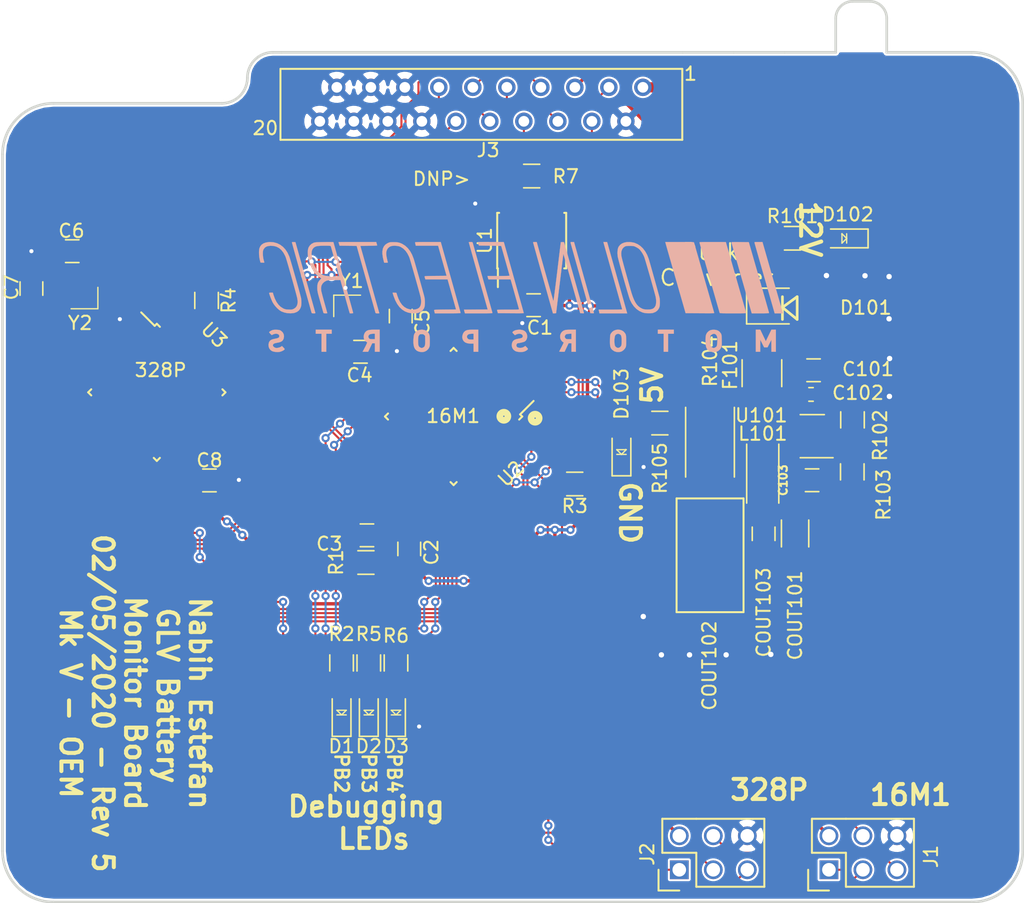
<source format=kicad_pcb>
(kicad_pcb (version 20171130) (host pcbnew 5.1.5-52549c5~84~ubuntu18.04.1)
  (layers (0 F.Cu signal) (31 B.Cu signal) (34 B.Paste user) (35 F.Paste user) (36 B.SilkS user hide) (37 F.SilkS user) (38 B.Mask user) (39 F.Mask user) (44 Edge.Cuts user))
  (net 0 "")
  (net 1 GND)
  (net 2 VCC)
  (net 3 "Net-(C3-Pad1)")
  (net 4 /XTAL1)
  (net 5 /XTAL2)
  (net 6 /XTAL1_2)
  (net 7 /XTAL2_2)
  (net 8 "Net-(C101-Pad1)")
  (net 9 "Net-(C103-Pad2)")
  (net 10 "Net-(C103-Pad1)")
  (net 11 "Net-(COUT101-Pad1)")
  (net 12 "Net-(D1-Pad2)")
  (net 13 "Net-(D2-Pad2)")
  (net 14 "Net-(D3-Pad2)")
  (net 15 "Net-(D102-Pad2)")
  (net 16 "Net-(D103-Pad2)")
  (net 17 /RESET)
  (net 18 /MOSI)
  (net 19 /SCK)
  (net 20 /MISO)
  (net 21 /RESET_2)
  (net 22 /CAN_HI)
  (net 23 +12V)
  (net 24 /CAN_LO)
  (net 25 /LED_1)
  (net 26 /LED_2)
  (net 27 /LED_3)
  (net 28 "Net-(R102-Pad1)")
  (net 29 /CAN_TX)
  (net 30 /CAN_RX)
  (net 31 "Net-(U1-Pad5)")
  (net 32 "Net-(U2-Pad3)")
  (net 33 "Net-(U2-Pad13)")
  (net 34 "Net-(U2-Pad14)")
  (net 35 "Net-(U2-Pad15)")
  (net 36 "Net-(U2-Pad21)")
  (net 37 "Net-(U2-Pad22)")
  (net 38 "Net-(U2-Pad25)")
  (net 39 "Net-(U2-Pad26)")
  (net 40 /INFO1)
  (net 41 /INFO2)
  (net 42 "Net-(U3-Pad1)")
  (net 43 "Net-(U3-Pad2)")
  (net 44 "Net-(U3-Pad5)")
  (net 45 "Net-(U3-Pad6)")
  (net 46 "Net-(U3-Pad11)")
  (net 47 "Net-(U3-Pad12)")
  (net 48 "Net-(U3-Pad13)")
  (net 49 "Net-(U3-Pad19)")
  (net 50 "Net-(U3-Pad20)")
  (net 51 "Net-(U3-Pad21)")
  (net 52 "Net-(U3-Pad22)")
  (net 53 "Net-(U3-Pad23)")
  (net 54 "Net-(U3-Pad24)")
  (net 55 "Net-(U3-Pad25)")
  (net 56 "Net-(U3-Pad26)")
  (net 57 "Net-(U3-Pad30)")
  (net 58 "Net-(U3-Pad31)")
  (net 59 "Net-(U3-Pad32)")
  (net 60 /CS_GLV)
  (net 61 /ALERT_GLV)
  (net 62 /ALERT_COOLING)
  (net 63 /CS_2)
  (net 64 /MISO_2)
  (net 65 /SCK_2)
  (net 66 /MOSI_2)
  (net 67 /SCL)
  (net 68 /SDA)
  (module footprints:Crystal_SMD_FA238 (layer F.Cu) (at 119.169 91.605 180)
    (fp_text reference Y2 (at -0.67564 -2.66192) (layer F.SilkS))
    (fp_text value Crystal_SMD hide)
    (pad 1 smd rect (at -1.1 0.8 180) (size 1.4 1.2) (layers F.Cu F.Mask) (net 6 /XTAL1_2))
    (pad 2 smd rect (at 1.1 0.8 180) (size 1.4 1.2) (layers F.Cu F.Mask) (net 1 GND))
    (pad 3 smd rect (at 1.1 -0.8 180) (size 1.4 1.2) (layers F.Cu F.Mask) (net 7 /XTAL2_2))
    (pad 4 smd rect (at -1.1 -0.8 180) (size 1.4 1.2) (layers F.Cu F.Mask) (net 1 GND))
  )
  (module footprints:Pin_Header_Straight_2x03 (layer F.Cu) (at 175.768 135.128 90)
    (fp_text reference J1 (at 0.9906 7.62 90) (layer F.SilkS))
    (fp_text value CONN_02X03 hide)
    (pad 6 thru_hole circle (at 2.54 5.08 90) (size 1.4 1.4) (drill 1.016) (layers *.Cu *.Mask) (net 1 GND))
    (pad 5 thru_hole circle (at 0 5.08 90) (size 1.4 1.4) (drill 1.016) (layers *.Cu *.Mask) (net 17 /RESET))
    (pad 4 thru_hole circle (at 2.54 2.54 90) (size 1.4 1.4) (drill 1.016) (layers *.Cu *.Mask) (net 18 /MOSI))
    (pad 3 thru_hole circle (at 0 2.54 90) (size 1.4 1.4) (drill 1.016) (layers *.Cu *.Mask) (net 19 /SCK))
    (pad 2 thru_hole circle (at 2.54 0 90) (size 1.4 1.4) (drill 1.016) (layers *.Cu *.Mask) (net 2 VCC))
    (pad 1 thru_hole rect (at 0 0 90) (size 1.4 1.4) (drill 1.016) (layers *.Cu *.Mask) (net 20 /MISO))
  )
  (module footprints:R_0805_OEM (layer F.Cu) (at 156.784 106.299 180)
    (fp_text reference R3 (at 0 -1.65) (layer F.SilkS))
    (fp_text value R_10K hide)
    (pad 1 smd rect (at -0.95 0 180) (size 0.7 1.3) (layers F.Cu F.Paste F.Mask) (net 2 VCC))
    (pad 2 smd rect (at 0.95 0 180) (size 0.7 1.3) (layers F.Cu F.Paste F.Mask) (net 17 /RESET))
  )
  (module footprints:TQFP-32_7x7mm_Pitch0.8mm (layer F.Cu) (at 147.73561 101.256917 225)
    (fp_text reference U2 (at 0 -6.05 45) (layer F.SilkS))
    (fp_text value ATMEGA16M1 hide)
    (pad 1 smd rect (at -4.25 -2.8 225) (size 1.6 0.55) (layers F.Cu F.Paste F.Mask) (net 20 /MISO))
    (pad 2 smd rect (at -4.25 -2 225) (size 1.6 0.55) (layers F.Cu F.Paste F.Mask) (net 18 /MOSI))
    (pad 3 smd rect (at -4.25 -1.2 225) (size 1.6 0.55) (layers F.Cu F.Paste F.Mask) (net 32 "Net-(U2-Pad3)"))
    (pad 4 smd rect (at -4.25 -0.4 225) (size 1.6 0.55) (layers F.Cu F.Paste F.Mask) (net 2 VCC))
    (pad 5 smd rect (at -4.25 0.4 225) (size 1.6 0.55) (layers F.Cu F.Paste F.Mask) (net 1 GND))
    (pad 6 smd rect (at -4.25 1.2 225) (size 1.6 0.55) (layers F.Cu F.Paste F.Mask) (net 29 /CAN_TX))
    (pad 7 smd rect (at -4.25 2 225) (size 1.6 0.55) (layers F.Cu F.Paste F.Mask) (net 30 /CAN_RX))
    (pad 8 smd rect (at -4.25 2.8 225) (size 1.6 0.55) (layers F.Cu F.Paste F.Mask) (net 64 /MISO_2))
    (pad 9 smd rect (at -2.8 4.25 315) (size 1.6 0.55) (layers F.Cu F.Paste F.Mask) (net 66 /MOSI_2))
    (pad 10 smd rect (at -2 4.25 315) (size 1.6 0.55) (layers F.Cu F.Paste F.Mask) (net 5 /XTAL2))
    (pad 11 smd rect (at -1.2 4.25 315) (size 1.6 0.55) (layers F.Cu F.Paste F.Mask) (net 4 /XTAL1))
    (pad 12 smd rect (at -0.4 4.25 315) (size 1.6 0.55) (layers F.Cu F.Paste F.Mask) (net 19 /SCK))
    (pad 13 smd rect (at 0.4 4.25 315) (size 1.6 0.55) (layers F.Cu F.Paste F.Mask) (net 33 "Net-(U2-Pad13)"))
    (pad 14 smd rect (at 1.2 4.25 315) (size 1.6 0.55) (layers F.Cu F.Paste F.Mask) (net 34 "Net-(U2-Pad14)"))
    (pad 15 smd rect (at 2 4.25 315) (size 1.6 0.55) (layers F.Cu F.Paste F.Mask) (net 35 "Net-(U2-Pad15)"))
    (pad 16 smd rect (at 2.8 4.25 315) (size 1.6 0.55) (layers F.Cu F.Paste F.Mask) (net 25 /LED_1))
    (pad 17 smd rect (at 4.25 2.8 225) (size 1.6 0.55) (layers F.Cu F.Paste F.Mask) (net 61 /ALERT_GLV))
    (pad 18 smd rect (at 4.25 2 225) (size 1.6 0.55) (layers F.Cu F.Paste F.Mask) (net 62 /ALERT_COOLING))
    (pad 19 smd rect (at 4.25 1.2 225) (size 1.6 0.55) (layers F.Cu F.Paste F.Mask) (net 3 "Net-(C3-Pad1)"))
    (pad 20 smd rect (at 4.25 0.4 225) (size 1.6 0.55) (layers F.Cu F.Paste F.Mask) (net 1 GND))
    (pad 21 smd rect (at 4.25 -0.4 225) (size 1.6 0.55) (layers F.Cu F.Paste F.Mask) (net 36 "Net-(U2-Pad21)"))
    (pad 22 smd rect (at 4.25 -1.2 225) (size 1.6 0.55) (layers F.Cu F.Paste F.Mask) (net 37 "Net-(U2-Pad22)"))
    (pad 23 smd rect (at 4.25 -2 225) (size 1.6 0.55) (layers F.Cu F.Paste F.Mask) (net 26 /LED_2))
    (pad 24 smd rect (at 4.25 -2.8 225) (size 1.6 0.55) (layers F.Cu F.Paste F.Mask) (net 27 /LED_3))
    (pad 25 smd rect (at 2.8 -4.25 315) (size 1.6 0.55) (layers F.Cu F.Paste F.Mask) (net 38 "Net-(U2-Pad25)"))
    (pad 26 smd rect (at 2 -4.25 315) (size 1.6 0.55) (layers F.Cu F.Paste F.Mask) (net 39 "Net-(U2-Pad26)"))
    (pad 27 smd rect (at 1.2 -4.25 315) (size 1.6 0.55) (layers F.Cu F.Paste F.Mask) (net 63 /CS_2))
    (pad 28 smd rect (at 0.4 -4.25 315) (size 1.6 0.55) (layers F.Cu F.Paste F.Mask) (net 65 /SCK_2))
    (pad 29 smd rect (at -0.4 -4.25 315) (size 1.6 0.55) (layers F.Cu F.Paste F.Mask) (net 40 /INFO1))
    (pad 30 smd rect (at -1.2 -4.25 315) (size 1.6 0.55) (layers F.Cu F.Paste F.Mask) (net 60 /CS_GLV))
    (pad 31 smd rect (at -2 -4.25 315) (size 1.6 0.55) (layers F.Cu F.Paste F.Mask) (net 17 /RESET))
    (pad 32 smd rect (at -2.8 -4.25 315) (size 1.6 0.55) (layers F.Cu F.Paste F.Mask) (net 41 /INFO2))
  )
  (module footprints:Pin_Header_Straight_2x03 (layer F.Cu) (at 164.592 135.128 90)
    (fp_text reference J2 (at 1.1684 -2.3876 90) (layer F.SilkS))
    (fp_text value CONN_02X03 hide)
    (pad 1 thru_hole rect (at 0 0 90) (size 1.4 1.4) (drill 1.016) (layers *.Cu *.Mask) (net 64 /MISO_2))
    (pad 2 thru_hole circle (at 2.54 0 90) (size 1.4 1.4) (drill 1.016) (layers *.Cu *.Mask) (net 2 VCC))
    (pad 3 thru_hole circle (at 0 2.54 90) (size 1.4 1.4) (drill 1.016) (layers *.Cu *.Mask) (net 65 /SCK_2))
    (pad 4 thru_hole circle (at 2.54 2.54 90) (size 1.4 1.4) (drill 1.016) (layers *.Cu *.Mask) (net 66 /MOSI_2))
    (pad 5 thru_hole circle (at 0 5.08 90) (size 1.4 1.4) (drill 1.016) (layers *.Cu *.Mask) (net 21 /RESET_2))
    (pad 6 thru_hole circle (at 2.54 5.08 90) (size 1.4 1.4) (drill 1.016) (layers *.Cu *.Mask) (net 1 GND))
  )
  (module footprints:micromatch_female_ra_20 (layer F.Cu) (at 156.7942 76.6572 270)
    (fp_text reference J3 (at 4.699 6.477 180) (layer F.SilkS))
    (fp_text value MM_F_RA_20 hide)
    (fp_text user 20 (at 3.048 23.114 180) (layer F.SilkS))
    (fp_text user 1 (at -1.016 -8.636 180) (layer F.SilkS))
    (pad 5 thru_hole circle (at 0 0 270) (size 1.3 1.3) (drill 0.8) (layers *.Cu *.Mask) (net 2 VCC))
    (pad 3 thru_hole circle (at 0 -2.54 270) (size 1.3 1.3) (drill 0.8) (layers *.Cu *.Mask) (net 22 /CAN_HI))
    (pad 1 thru_hole circle (at 0 -5.08 270) (size 1.3 1.3) (drill 0.8) (layers *.Cu *.Mask) (net 23 +12V))
    (pad 7 thru_hole circle (at 0 2.54 270) (size 1.3 1.3) (drill 0.8) (layers *.Cu *.Mask) (net 67 /SCL))
    (pad 2 thru_hole circle (at 2.54 -3.81 270) (size 1.3 1.3) (drill 0.8) (layers *.Cu *.Mask) (net 1 GND))
    (pad 4 thru_hole circle (at 2.54 -1.27 270) (size 1.3 1.3) (drill 0.8) (layers *.Cu *.Mask) (net 24 /CAN_LO))
    (pad 6 thru_hole circle (at 2.54 1.27 270) (size 1.3 1.3) (drill 0.8) (layers *.Cu *.Mask) (net 68 /SDA))
    (pad 8 thru_hole circle (at 2.54 3.81 270) (size 1.3 1.3) (drill 0.8) (layers *.Cu *.Mask) (net 64 /MISO_2))
    (pad 9 thru_hole circle (at 0 5.08 270) (size 1.3 1.3) (drill 0.8) (layers *.Cu *.Mask) (net 66 /MOSI_2))
    (pad 10 thru_hole circle (at 2.54 6.35 270) (size 1.3 1.3) (drill 0.8) (layers *.Cu *.Mask) (net 65 /SCK_2))
    (pad 11 thru_hole circle (at 0 7.62 270) (size 1.3 1.3) (drill 0.8) (layers *.Cu *.Mask) (net 60 /CS_GLV))
    (pad 12 thru_hole circle (at 2.54 8.89 270) (size 1.3 1.3) (drill 0.8) (layers *.Cu *.Mask) (net 61 /ALERT_GLV))
    (pad 13 thru_hole circle (at 0 10.16 270) (size 1.3 1.3) (drill 0.8) (layers *.Cu *.Mask) (net 62 /ALERT_COOLING))
    (pad 14 thru_hole circle (at 2.54 11.43 270) (size 1.3 1.3) (drill 0.8) (layers *.Cu *.Mask) (net 1 GND))
    (pad 15 thru_hole circle (at 0 12.7 270) (size 1.3 1.3) (drill 0.8) (layers *.Cu *.Mask) (net 1 GND))
    (pad 16 thru_hole circle (at 2.54 13.97 270) (size 1.3 1.3) (drill 0.8) (layers *.Cu *.Mask) (net 1 GND))
    (pad 17 thru_hole circle (at 0 15.24 270) (size 1.3 1.3) (drill 0.8) (layers *.Cu *.Mask) (net 1 GND))
    (pad 18 thru_hole circle (at 2.54 16.51 270) (size 1.3 1.3) (drill 0.8) (layers *.Cu *.Mask) (net 1 GND))
    (pad 19 thru_hole circle (at 0 17.78 270) (size 1.3 1.3) (drill 0.8) (layers *.Cu *.Mask) (net 1 GND))
    (pad 20 thru_hole circle (at 2.54 19.05 270) (size 1.3 1.3) (drill 0.8) (layers *.Cu *.Mask) (net 1 GND))
  )
  (module footprints:C_0805_OEM (layer F.Cu) (at 174.6217 97.80016)
    (fp_text reference C101 (at 4.064 -0.08636) (layer F.SilkS))
    (fp_text value C_0.1uF hide)
    (pad 1 smd rect (at -1 0) (size 1 1.25) (layers F.Cu F.Paste F.Mask) (net 8 "Net-(C101-Pad1)"))
    (pad 2 smd rect (at 1 0) (size 1 1.25) (layers F.Cu F.Paste F.Mask) (net 1 GND))
  )
  (module footprints:L_100uH_OEM (layer F.Cu) (at 170.82516 105.5245 270)
    (fp_text reference L101 (at -2.9847 -0.00254) (layer F.SilkS))
    (fp_text value L_100uH hide)
    (pad 1 smd rect (at -1.6 0 270) (size 1.2 2) (layers F.Cu F.Paste F.Mask) (net 9 "Net-(C103-Pad2)"))
    (pad 2 smd rect (at 1.6 0 270) (size 1.2 2) (layers F.Cu F.Paste F.Mask) (net 11 "Net-(COUT101-Pad1)"))
  )
  (module footprints:R_0805_OEM (layer F.Cu) (at 163.1417 101.7478 180)
    (fp_text reference R105 (at 0 -3.375 90) (layer F.SilkS))
    (fp_text value R_200 hide)
    (pad 2 smd rect (at 0.95 0 180) (size 0.7 1.3) (layers F.Cu F.Paste F.Mask) (net 16 "Net-(D103-Pad2)"))
    (pad 1 smd rect (at -0.95 0 180) (size 0.7 1.3) (layers F.Cu F.Paste F.Mask) (net 2 VCC))
  )
  (module footprints:DO-214AA (layer F.Cu) (at 172.7962 93.0021)
    (fp_text reference D101 (at 5.7205 0.1207 180) (layer F.SilkS))
    (fp_text value D_Zener_18V hide)
    (pad 1 smd rect (at -2.032 0 180) (size 1.778 2.159) (layers F.Cu F.Paste F.Mask) (net 23 +12V))
    (pad 2 smd rect (at 2.032 0 180) (size 1.778 2.159) (layers F.Cu F.Paste F.Mask) (net 1 GND))
  )
  (module footprints:C_0805_OEM (layer F.Cu) (at 174.5107 106.0196 180)
    (fp_text reference C103 (at 2.159 0.0032 90) (layer F.SilkS) (effects (font (size 0.6 0.6))))
    (fp_text value C_0.1uF hide)
    (pad 1 smd rect (at -1 0 180) (size 1 1.25) (layers F.Cu F.Paste F.Mask) (net 10 "Net-(C103-Pad1)"))
    (pad 2 smd rect (at 1 0 180) (size 1 1.25) (layers F.Cu F.Paste F.Mask) (net 9 "Net-(C103-Pad2)"))
  )
  (module footprints:R_0805_OEM (layer F.Cu) (at 177.52822 101.50602 90)
    (fp_text reference R102 (at -1.16078 2.06248 90) (layer F.SilkS))
    (fp_text value R_25K hide)
    (pad 1 smd rect (at -0.95 0 90) (size 0.7 1.3) (layers F.Cu F.Paste F.Mask) (net 28 "Net-(R102-Pad1)"))
    (pad 2 smd rect (at 0.95 0 90) (size 0.7 1.3) (layers F.Cu F.Paste F.Mask) (net 1 GND))
  )
  (module footprints:LED_0805_OEM (layer F.Cu) (at 160.274 103.886 90)
    (fp_text reference D103 (at 4.318 0 270) (layer F.SilkS))
    (fp_text value LED_0805 hide)
    (pad 1 smd rect (at -1.1 0 270) (size 1.2 1.2) (layers F.Cu F.Paste F.Mask) (net 1 GND))
    (pad 2 smd rect (at 1.1 0 270) (size 1.2 1.2) (layers F.Cu F.Paste F.Mask) (net 16 "Net-(D103-Pad2)"))
  )
  (module footprints:SOT-23-6_OEM (layer F.Cu) (at 174.5259 102.7254 180)
    (fp_text reference U101 (at 3.8092 1.5526 180) (layer F.SilkS))
    (fp_text value TPS560430YF hide)
    (pad 5 smd rect (at 1.1 0 180) (size 1.06 0.65) (layers F.Cu F.Paste F.Mask) (net 8 "Net-(C101-Pad1)"))
    (pad 6 smd rect (at 1.1 -0.95 180) (size 1.06 0.65) (layers F.Cu F.Paste F.Mask) (net 9 "Net-(C103-Pad2)"))
    (pad 4 smd rect (at 1.1 0.95 180) (size 1.06 0.65) (layers F.Cu F.Paste F.Mask) (net 8 "Net-(C101-Pad1)"))
    (pad 3 smd rect (at -1.1 0.95 180) (size 1.06 0.65) (layers F.Cu F.Paste F.Mask) (net 28 "Net-(R102-Pad1)"))
    (pad 2 smd rect (at -1.1 0 180) (size 1.06 0.65) (layers F.Cu F.Paste F.Mask) (net 1 GND))
    (pad 1 smd rect (at -1.1 -0.95 180) (size 1.06 0.65) (layers F.Cu F.Paste F.Mask) (net 10 "Net-(C103-Pad1)"))
  )
  (module footprints:C_1206_OEM (layer F.Cu) (at 173.2407 109.9961 270)
    (fp_text reference COUT101 (at 6.1267 -0.001 90) (layer F.SilkS))
    (fp_text value C_22uF hide)
    (pad 2 smd rect (at 1.5 0 270) (size 1 1.6) (layers F.Cu F.Paste F.Mask) (net 1 GND))
    (pad 1 smd rect (at -1.5 0 270) (size 1 1.6) (layers F.Cu F.Paste F.Mask) (net 11 "Net-(COUT101-Pad1)"))
  )
  (module footprints:Fuse_1812 (layer F.Cu) (at 166.8907 108.8771 270)
    (fp_text reference COUT102 (at 10.9957 0.049 90) (layer F.SilkS))
    (fp_text value C_33uF hide)
    (pad 2 smd rect (at 5.28 0 270) (size 1.78 3.5) (layers F.Cu F.Paste F.Mask) (net 1 GND))
    (pad 1 smd rect (at 0 0 270) (size 1.78 3.5) (layers F.Cu F.Paste F.Mask) (net 11 "Net-(COUT101-Pad1)"))
  )
  (module footprints:Fuse_1210 (layer F.Cu) (at 170.7642 98.0186 90)
    (fp_text reference F101 (at 0.5958 -2.3725 270) (layer F.SilkS))
    (fp_text value F_500mA_16V hide)
    (pad 1 smd rect (at -1.45 0 90) (size 0.9 2.5) (layers F.Cu F.Paste F.Mask) (net 8 "Net-(C101-Pad1)"))
    (pad 2 smd rect (at 1.45 0 90) (size 0.9 2.5) (layers F.Cu F.Paste F.Mask) (net 23 +12V))
  )
  (module footprints:R_0805_OEM (layer F.Cu) (at 177.51298 105.39222 90)
    (fp_text reference R103 (at -1.71958 2.33172 90) (layer F.SilkS))
    (fp_text value R_100K hide)
    (pad 2 smd rect (at 0.95 0 90) (size 0.7 1.3) (layers F.Cu F.Paste F.Mask) (net 28 "Net-(R102-Pad1)"))
    (pad 1 smd rect (at -0.95 0 90) (size 0.7 1.3) (layers F.Cu F.Paste F.Mask) (net 11 "Net-(COUT101-Pad1)"))
  )
  (module footprints:LED_0805_OEM (layer F.Cu) (at 176.8917 87.9478 180)
    (fp_text reference D102 (at -0.286 1.791) (layer F.SilkS))
    (fp_text value LED_0805 hide)
    (pad 1 smd rect (at -1.1 0) (size 1.2 1.2) (layers F.Cu F.Paste F.Mask) (net 1 GND))
    (pad 2 smd rect (at 1.1 0) (size 1.2 1.2) (layers F.Cu F.Paste F.Mask) (net 15 "Net-(D102-Pad2)"))
  )
  (module footprints:C_0805_OEM (layer F.Cu) (at 170.8912 110.0201 270)
    (fp_text reference COUT103 (at 5.8777 -0.0005 90) (layer F.SilkS))
    (fp_text value C_47uF hide)
    (pad 2 smd rect (at 1 0 270) (size 1 1.25) (layers F.Cu F.Paste F.Mask) (net 1 GND))
    (pad 1 smd rect (at -1 0 270) (size 1 1.25) (layers F.Cu F.Paste F.Mask) (net 11 "Net-(COUT101-Pad1)"))
  )
  (module footprints:C_0603_1608Metric (layer F.Cu) (at 174.4312 99.6061)
    (fp_text reference C102 (at 3.5085 -0.1143) (layer F.SilkS))
    (fp_text value C_2.2uF)
    (pad 2 smd roundrect (at 0.7875 0) (size 0.875 0.95) (layers F.Cu F.Paste F.Mask) (net 1 GND))
    (pad 1 smd roundrect (at -0.7875 0) (size 0.875 0.95) (layers F.Cu F.Paste F.Mask) (net 8 "Net-(C101-Pad1)"))
  )
  (module footprints:R_2512_OEM (layer F.Cu) (at 166.88562 103.176 90)
    (fp_text reference R104 (at 6.0532 0.00608 270) (layer F.SilkS))
    (fp_text value R_0_2512 hide)
    (pad 2 smd rect (at 3.1 0 90) (size 1 3.2) (layers F.Cu F.Paste F.Mask) (net 2 VCC))
    (pad 1 smd rect (at -3.1 0 90) (size 1 3.2) (layers F.Cu F.Paste F.Mask) (net 11 "Net-(COUT101-Pad1)"))
  )
  (module footprints:Logo_Large (layer B.Cu) (at 152.781 92.329 180)
    (fp_text reference G*** hide)
    (fp_text value LOGO hide)
  )
  (module footprints:R_0805_OEM (layer F.Cu) (at 173.0477 87.9348)
    (fp_text reference R101 (at 0 -1.65) (layer F.SilkS))
    (fp_text value R_1K hide)
    (pad 1 smd rect (at -0.95 0) (size 0.7 1.3) (layers F.Cu F.Paste F.Mask) (net 8 "Net-(C101-Pad1)"))
    (pad 2 smd rect (at 0.95 0) (size 0.7 1.3) (layers F.Cu F.Paste F.Mask) (net 15 "Net-(D102-Pad2)"))
  )
  (module footprints:C_0805_OEM (layer F.Cu) (at 153.7114 92.9386 180)
    (fp_text reference C1 (at -0.4666 -1.6764) (layer F.SilkS))
    (fp_text value C_0.1uF hide)
    (pad 1 smd rect (at -1 0 180) (size 1 1.25) (layers F.Cu F.Paste F.Mask) (net 2 VCC))
    (pad 2 smd rect (at 1 0 180) (size 1 1.25) (layers F.Cu F.Paste F.Mask) (net 1 GND))
  )
  (module footprints:C_0805_OEM (layer F.Cu) (at 144.4244 111.1504 90)
    (fp_text reference C2 (at -0.254 1.651 90) (layer F.SilkS))
    (fp_text value C_0.1uF hide)
    (pad 1 smd rect (at -1 0 90) (size 1 1.25) (layers F.Cu F.Paste F.Mask) (net 2 VCC))
    (pad 2 smd rect (at 1 0 90) (size 1 1.25) (layers F.Cu F.Paste F.Mask) (net 1 GND))
  )
  (module footprints:C_0805_OEM (layer F.Cu) (at 141.2654 110.1344)
    (fp_text reference C3 (at -2.81 0.635) (layer F.SilkS))
    (fp_text value C_100pF hide)
    (pad 2 smd rect (at 1 0) (size 1 1.25) (layers F.Cu F.Paste F.Mask) (net 1 GND))
    (pad 1 smd rect (at -1 0) (size 1 1.25) (layers F.Cu F.Paste F.Mask) (net 3 "Net-(C3-Pad1)"))
  )
  (module footprints:C_0805_OEM (layer F.Cu) (at 140.7844 96.4184)
    (fp_text reference C4 (at -0.0684 1.7526 180) (layer F.SilkS))
    (fp_text value C_30pF hide)
    (pad 1 smd rect (at -1 0) (size 1 1.25) (layers F.Cu F.Paste F.Mask) (net 4 /XTAL1))
    (pad 2 smd rect (at 1 0) (size 1 1.25) (layers F.Cu F.Paste F.Mask) (net 1 GND))
  )
  (module footprints:C_0805_OEM (layer F.Cu) (at 143.7894 93.7514 270)
    (fp_text reference C5 (at 0.4826 -1.6256 90) (layer F.SilkS))
    (fp_text value C_30pF hide)
    (pad 2 smd rect (at 1 0 270) (size 1 1.25) (layers F.Cu F.Paste F.Mask) (net 1 GND))
    (pad 1 smd rect (at -1 0 270) (size 1 1.25) (layers F.Cu F.Paste F.Mask) (net 5 /XTAL2))
  )
  (module footprints:C_0805_OEM (layer F.Cu) (at 119.253 88.9 180)
    (fp_text reference C6 (at 0.0586 1.5113 180) (layer F.SilkS))
    (fp_text value C_30pF hide)
    (pad 2 smd rect (at 1 0 180) (size 1 1.25) (layers F.Cu F.Paste F.Mask) (net 1 GND))
    (pad 1 smd rect (at -1 0 180) (size 1 1.25) (layers F.Cu F.Paste F.Mask) (net 6 /XTAL1_2))
  )
  (module footprints:C_0805_OEM (layer F.Cu) (at 116.205 91.694 90)
    (fp_text reference C7 (at 0.0983 -1.4986 90) (layer F.SilkS))
    (fp_text value C_30pF hide)
    (pad 1 smd rect (at -1 0 90) (size 1 1.25) (layers F.Cu F.Paste F.Mask) (net 7 /XTAL2_2))
    (pad 2 smd rect (at 1 0 90) (size 1 1.25) (layers F.Cu F.Paste F.Mask) (net 1 GND))
  )
  (module footprints:C_0805_OEM (layer F.Cu) (at 129.5019 106.0323)
    (fp_text reference C8 (at 0 -1.5) (layer F.SilkS))
    (fp_text value C_0.1uF hide)
    (pad 2 smd rect (at 1 0) (size 1 1.25) (layers F.Cu F.Paste F.Mask) (net 1 GND))
    (pad 1 smd rect (at -1 0) (size 1 1.25) (layers F.Cu F.Paste F.Mask) (net 2 VCC))
  )
  (module footprints:LED_0805_OEM (layer F.Cu) (at 139.3698 123.3551 90)
    (fp_text reference D1 (at -2.54 0 180) (layer F.SilkS))
    (fp_text value LED_0805 hide)
    (pad 1 smd rect (at -1.1 0 270) (size 1.2 1.2) (layers F.Cu F.Paste F.Mask) (net 1 GND))
    (pad 2 smd rect (at 1.1 0 270) (size 1.2 1.2) (layers F.Cu F.Paste F.Mask) (net 12 "Net-(D1-Pad2)"))
  )
  (module footprints:LED_0805_OEM (layer F.Cu) (at 141.4018 123.3551 90)
    (fp_text reference D2 (at -2.54 0 180) (layer F.SilkS))
    (fp_text value LED_0805 hide)
    (pad 2 smd rect (at 1.1 0 270) (size 1.2 1.2) (layers F.Cu F.Paste F.Mask) (net 13 "Net-(D2-Pad2)"))
    (pad 1 smd rect (at -1.1 0 270) (size 1.2 1.2) (layers F.Cu F.Paste F.Mask) (net 1 GND))
  )
  (module footprints:LED_0805_OEM (layer F.Cu) (at 143.4338 123.3551 90)
    (fp_text reference D3 (at -2.54 0 180) (layer F.SilkS))
    (fp_text value LED_0805 hide)
    (pad 2 smd rect (at 1.1 0 270) (size 1.2 1.2) (layers F.Cu F.Paste F.Mask) (net 14 "Net-(D3-Pad2)"))
    (pad 1 smd rect (at -1.1 0 270) (size 1.2 1.2) (layers F.Cu F.Paste F.Mask) (net 1 GND))
  )
  (module footprints:R_0805_OEM (layer F.Cu) (at 141.1884 112.1664 180)
    (fp_text reference R1 (at 2.225 0 90) (layer F.SilkS))
    (fp_text value R_100 hide)
    (pad 1 smd rect (at -0.95 0 180) (size 0.7 1.3) (layers F.Cu F.Paste F.Mask) (net 2 VCC))
    (pad 2 smd rect (at 0.95 0 180) (size 0.7 1.3) (layers F.Cu F.Paste F.Mask) (net 3 "Net-(C3-Pad1)"))
  )
  (module footprints:R_0805_OEM (layer F.Cu) (at 139.3698 119.6721 90)
    (fp_text reference R2 (at 2.159 0 180) (layer F.SilkS))
    (fp_text value R_200 hide)
    (pad 2 smd rect (at 0.95 0 90) (size 0.7 1.3) (layers F.Cu F.Paste F.Mask) (net 25 /LED_1))
    (pad 1 smd rect (at -0.95 0 90) (size 0.7 1.3) (layers F.Cu F.Paste F.Mask) (net 12 "Net-(D1-Pad2)"))
  )
  (module footprints:R_0805_OEM (layer F.Cu) (at 129.286 92.583 270)
    (fp_text reference R4 (at 0 -1.65 90) (layer F.SilkS))
    (fp_text value R_10K hide)
    (pad 2 smd rect (at 0.95 0 270) (size 0.7 1.3) (layers F.Cu F.Paste F.Mask) (net 21 /RESET_2))
    (pad 1 smd rect (at -0.95 0 270) (size 0.7 1.3) (layers F.Cu F.Paste F.Mask) (net 2 VCC))
  )
  (module footprints:R_0805_OEM (layer F.Cu) (at 141.4018 119.6721 90)
    (fp_text reference R5 (at 2.159 0 180) (layer F.SilkS))
    (fp_text value R_200 hide)
    (pad 1 smd rect (at -0.95 0 90) (size 0.7 1.3) (layers F.Cu F.Paste F.Mask) (net 13 "Net-(D2-Pad2)"))
    (pad 2 smd rect (at 0.95 0 90) (size 0.7 1.3) (layers F.Cu F.Paste F.Mask) (net 26 /LED_2))
  )
  (module footprints:R_0805_OEM (layer F.Cu) (at 143.4338 119.6721 90)
    (fp_text reference R6 (at 2.032 0 180) (layer F.SilkS))
    (fp_text value R_200 hide)
    (pad 2 smd rect (at 0.95 0 90) (size 0.7 1.3) (layers F.Cu F.Paste F.Mask) (net 27 /LED_3))
    (pad 1 smd rect (at -0.95 0 90) (size 0.7 1.3) (layers F.Cu F.Paste F.Mask) (net 14 "Net-(D3-Pad2)"))
  )
  (module footprints:R_0805_OEM (layer F.Cu) (at 153.5684 83.2866)
    (fp_text reference R7 (at 2.54 0.0254) (layer F.SilkS))
    (fp_text value R_120_DNP hide)
    (pad 1 smd rect (at -0.95 0) (size 0.7 1.3) (layers F.Cu F.Paste F.Mask) (net 22 /CAN_HI))
    (pad 2 smd rect (at 0.95 0) (size 0.7 1.3) (layers F.Cu F.Paste F.Mask) (net 24 /CAN_LO))
  )
  (module footprints:SOIC-8_3.9x4.9mm_Pitch1.27mm_OEM (layer F.Cu) (at 153.5684 88.1126 90)
    (fp_text reference U1 (at 0 -3.5 90) (layer F.SilkS))
    (fp_text value MCP2561-E_SN hide)
    (pad 1 smd rect (at -2.7 -1.905 90) (size 1.55 0.6) (layers F.Cu F.Paste F.Mask) (net 29 /CAN_TX))
    (pad 2 smd rect (at -2.7 -0.635 90) (size 1.55 0.6) (layers F.Cu F.Paste F.Mask) (net 1 GND))
    (pad 3 smd rect (at -2.7 0.635 90) (size 1.55 0.6) (layers F.Cu F.Paste F.Mask) (net 2 VCC))
    (pad 4 smd rect (at -2.7 1.905 90) (size 1.55 0.6) (layers F.Cu F.Paste F.Mask) (net 30 /CAN_RX))
    (pad 5 smd rect (at 2.7 1.905 90) (size 1.55 0.6) (layers F.Cu F.Paste F.Mask) (net 31 "Net-(U1-Pad5)"))
    (pad 6 smd rect (at 2.7 0.635 90) (size 1.55 0.6) (layers F.Cu F.Paste F.Mask) (net 24 /CAN_LO))
    (pad 7 smd rect (at 2.7 -0.635 90) (size 1.55 0.6) (layers F.Cu F.Paste F.Mask) (net 22 /CAN_HI))
    (pad 8 smd rect (at 2.7 -1.905 90) (size 1.55 0.6) (layers F.Cu F.Paste F.Mask) (net 1 GND))
  )
  (module Package_QFP:TQFP-32_7x7mm_P0.8mm (layer F.Cu) (at 125.570897 99.450305 315)
    (fp_text reference U3 (at 0 -6.05 135) (layer F.SilkS))
    (fp_text value ATmega328P-AU)
    (pad 1 smd rect (at -4.25 -2.8 315) (size 1.6 0.55) (layers F.Cu F.Paste F.Mask) (net 42 "Net-(U3-Pad1)"))
    (pad 2 smd rect (at -4.25 -2 315) (size 1.6 0.55) (layers F.Cu F.Paste F.Mask) (net 43 "Net-(U3-Pad2)"))
    (pad 3 smd rect (at -4.25 -1.2 315) (size 1.6 0.55) (layers F.Cu F.Paste F.Mask) (net 1 GND))
    (pad 4 smd rect (at -4.25 -0.4 315) (size 1.6 0.55) (layers F.Cu F.Paste F.Mask) (net 2 VCC))
    (pad 5 smd rect (at -4.25 0.4 315) (size 1.6 0.55) (layers F.Cu F.Paste F.Mask) (net 44 "Net-(U3-Pad5)"))
    (pad 6 smd rect (at -4.25 1.2 315) (size 1.6 0.55) (layers F.Cu F.Paste F.Mask) (net 45 "Net-(U3-Pad6)"))
    (pad 7 smd rect (at -4.25 2 315) (size 1.6 0.55) (layers F.Cu F.Paste F.Mask) (net 6 /XTAL1_2))
    (pad 8 smd rect (at -4.25 2.8 315) (size 1.6 0.55) (layers F.Cu F.Paste F.Mask) (net 7 /XTAL2_2))
    (pad 9 smd rect (at -2.8 4.25 45) (size 1.6 0.55) (layers F.Cu F.Paste F.Mask) (net 40 /INFO1))
    (pad 10 smd rect (at -2 4.25 45) (size 1.6 0.55) (layers F.Cu F.Paste F.Mask) (net 41 /INFO2))
    (pad 11 smd rect (at -1.2 4.25 45) (size 1.6 0.55) (layers F.Cu F.Paste F.Mask) (net 46 "Net-(U3-Pad11)"))
    (pad 12 smd rect (at -0.4 4.25 45) (size 1.6 0.55) (layers F.Cu F.Paste F.Mask) (net 47 "Net-(U3-Pad12)"))
    (pad 13 smd rect (at 0.4 4.25 45) (size 1.6 0.55) (layers F.Cu F.Paste F.Mask) (net 48 "Net-(U3-Pad13)"))
    (pad 14 smd rect (at 1.2 4.25 45) (size 1.6 0.55) (layers F.Cu F.Paste F.Mask) (net 63 /CS_2))
    (pad 15 smd rect (at 2 4.25 45) (size 1.6 0.55) (layers F.Cu F.Paste F.Mask) (net 66 /MOSI_2))
    (pad 16 smd rect (at 2.8 4.25 45) (size 1.6 0.55) (layers F.Cu F.Paste F.Mask) (net 64 /MISO_2))
    (pad 17 smd rect (at 4.25 2.8 315) (size 1.6 0.55) (layers F.Cu F.Paste F.Mask) (net 65 /SCK_2))
    (pad 18 smd rect (at 4.25 2 315) (size 1.6 0.55) (layers F.Cu F.Paste F.Mask) (net 2 VCC))
    (pad 19 smd rect (at 4.25 1.2 315) (size 1.6 0.55) (layers F.Cu F.Paste F.Mask) (net 49 "Net-(U3-Pad19)"))
    (pad 20 smd rect (at 4.25 0.4 315) (size 1.6 0.55) (layers F.Cu F.Paste F.Mask) (net 50 "Net-(U3-Pad20)"))
    (pad 21 smd rect (at 4.25 -0.4 315) (size 1.6 0.55) (layers F.Cu F.Paste F.Mask) (net 51 "Net-(U3-Pad21)"))
    (pad 22 smd rect (at 4.25 -1.2 315) (size 1.6 0.55) (layers F.Cu F.Paste F.Mask) (net 52 "Net-(U3-Pad22)"))
    (pad 23 smd rect (at 4.25 -2 315) (size 1.6 0.55) (layers F.Cu F.Paste F.Mask) (net 53 "Net-(U3-Pad23)"))
    (pad 24 smd rect (at 4.25 -2.8 315) (size 1.6 0.55) (layers F.Cu F.Paste F.Mask) (net 54 "Net-(U3-Pad24)"))
    (pad 25 smd rect (at 2.8 -4.25 45) (size 1.6 0.55) (layers F.Cu F.Paste F.Mask) (net 55 "Net-(U3-Pad25)"))
    (pad 26 smd rect (at 2 -4.25 45) (size 1.6 0.55) (layers F.Cu F.Paste F.Mask) (net 56 "Net-(U3-Pad26)"))
    (pad 27 smd rect (at 1.2 -4.25 45) (size 1.6 0.55) (layers F.Cu F.Paste F.Mask) (net 68 /SDA))
    (pad 28 smd rect (at 0.4 -4.25 45) (size 1.6 0.55) (layers F.Cu F.Paste F.Mask) (net 67 /SCL))
    (pad 29 smd rect (at -0.4 -4.25 45) (size 1.6 0.55) (layers F.Cu F.Paste F.Mask) (net 21 /RESET_2))
    (pad 30 smd rect (at -1.2 -4.25 45) (size 1.6 0.55) (layers F.Cu F.Paste F.Mask) (net 57 "Net-(U3-Pad30)"))
    (pad 31 smd rect (at -2 -4.25 45) (size 1.6 0.55) (layers F.Cu F.Paste F.Mask) (net 58 "Net-(U3-Pad31)"))
    (pad 32 smd rect (at -2.8 -4.25 45) (size 1.6 0.55) (layers F.Cu F.Paste F.Mask) (net 59 "Net-(U3-Pad32)"))
  )
  (module footprints:Crystal_SMD_FA238 (layer F.Cu) (at 140.7844 93.7894)
    (fp_text reference Y1 (at -0.67564 -2.66192) (layer F.SilkS))
    (fp_text value Crystal_SMD hide)
    (pad 4 smd rect (at -1.1 -0.8) (size 1.4 1.2) (layers F.Cu F.Mask) (net 1 GND))
    (pad 3 smd rect (at 1.1 -0.8) (size 1.4 1.2) (layers F.Cu F.Mask) (net 5 /XTAL2))
    (pad 2 smd rect (at 1.1 0.8) (size 1.4 1.2) (layers F.Cu F.Mask) (net 1 GND))
    (pad 1 smd rect (at -1.1 0.8) (size 1.4 1.2) (layers F.Cu F.Mask) (net 4 /XTAL1))
  )
  (gr_arc (start 177.545999 71.501) (end 177.545999 70.231) (angle -90) (layer Edge.Cuts) (width 0.2))
  (gr_line (start 190.246 133.731) (end 190.246 77.851001) (layer Edge.Cuts) (width 0.2))
  (gr_line (start 117.856 137.541) (end 186.436 137.541) (layer Edge.Cuts) (width 0.2))
  (gr_line (start 114.046 133.731) (end 114.046 81.661) (layer Edge.Cuts) (width 0.2))
  (gr_line (start 172.465999 74.041) (end 176.276 74.041) (layer Edge.Cuts) (width 0.2))
  (gr_arc (start 178.816 71.501) (end 180.085999 71.501) (angle -90) (layer Edge.Cuts) (width 0.2))
  (gr_arc (start 130.428999 75.946) (end 130.428999 77.851) (angle -90) (layer Edge.Cuts) (width 0.2))
  (gr_arc (start 186.436 133.731) (end 186.436 137.541) (angle -90) (layer Edge.Cuts) (width 0.2))
  (gr_arc (start 186.436 77.851001) (end 190.246 77.851001) (angle -90) (layer Edge.Cuts) (width 0.2))
  (gr_arc (start 117.856 81.661) (end 117.856 77.851) (angle -90) (layer Edge.Cuts) (width 0.2))
  (gr_line (start 134.238999 74.041) (end 134.873999 74.041) (layer Edge.Cuts) (width 0.2))
  (gr_line (start 134.873999 74.041) (end 164.845999 74.041) (layer Edge.Cuts) (width 0.2))
  (gr_arc (start 134.238999 75.946) (end 134.238999 74.041) (angle -90) (layer Edge.Cuts) (width 0.2))
  (gr_line (start 176.276 74.041) (end 176.276 71.501) (layer Edge.Cuts) (width 0.2))
  (gr_line (start 164.845999 74.041) (end 168.655999 74.041) (layer Edge.Cuts) (width 0.2))
  (gr_line (start 117.856 77.851) (end 130.428999 77.851) (layer Edge.Cuts) (width 0.2))
  (gr_line (start 168.655999 74.041) (end 172.465999 74.041) (layer Edge.Cuts) (width 0.2))
  (gr_arc (start 117.856 133.731) (end 114.046 133.731) (angle -90) (layer Edge.Cuts) (width 0.2))
  (gr_line (start 177.545999 70.231001) (end 178.816 70.231001) (layer Edge.Cuts) (width 0.2))
  (gr_line (start 180.085999 74.041) (end 186.436 74.041) (layer Edge.Cuts) (width 0.2))
  (gr_line (start 180.085999 74.041) (end 180.085999 71.501) (layer Edge.Cuts) (width 0.2))
  (gr_text "DNP>\n\n" (at 146.8374 84.3026) (layer F.SilkS) (effects (font (size 1 1))))
  (gr_text 328P (at 125.857 97.79) (layer F.SilkS) (effects (font (size 1 1))))
  (gr_text "16M1\n" (at 147.701 101.219) (layer F.SilkS) (effects (font (size 1 1))))
  (gr_text "Debugging \nLEDs" (at 141.7828 131.6101) (layer F.SilkS) (effects (font (size 1.5 1.5) (thickness 0.3))))
  (gr_text "328P\n" (at 171.323 129.159) (layer F.SilkS) (effects (font (size 1.5 1.5) (thickness 0.3))))
  (gr_text 16M1 (at 181.864 129.54) (layer F.SilkS) (effects (font (size 1.5 1.5) (thickness 0.3))))
  (gr_text "PB4\n" (at 143.3068 127.9271 270) (layer F.SilkS) (effects (font (size 1 1) (thickness 0.2))))
  (gr_text "PB3\n" (at 141.4018 127.9271 270) (layer F.SilkS) (effects (font (size 1 1) (thickness 0.2))))
  (gr_text PB2 (at 139.3698 127.9271 270) (layer F.SilkS) (effects (font (size 1 1) (thickness 0.2))))
  (gr_text "Buck \nConverter\n" (at 167.386 89.916) (layer F.SilkS) (effects (font (size 1.2 1.2))))
  (gr_text 5V (at 162.56 98.933 90) (layer F.SilkS) (effects (font (size 1.5 1.5) (thickness 0.3))))
  (gr_text "Nabih Estefan\nGLV Battery \nMonitor Board\n02/05/2020 - Rev 5\nMk V - OEM\n" (at 123.952 122.682 270) (layer F.SilkS) (effects (font (size 1.5 1.5) (thickness 0.3))))
  (gr_text 12V (at 174.371 87.249 270) (layer F.SilkS) (effects (font (size 1.5 1.5) (thickness 0.3))))
  (gr_text GND (at 160.909 108.458 270) (layer F.SilkS) (effects (font (size 1.5 1.5) (thickness 0.3))))
  (segment (start 171.3672 111.4961) (end 170.8912 111.0201) (width 0.254) (layer F.Cu) (net 1))
  (segment (start 177.52822 100.55602) (end 176.25612 100.55602) (width 0.254) (layer F.Cu) (net 1))
  (segment (start 174.8419 102.7254) (end 175.6259 102.7254) (width 0.254) (layer F.Cu) (net 1))
  (segment (start 174.8282 91.4781) (end 175.58258 90.72372) (width 0.254) (layer F.Cu) (net 1))
  (segment (start 175.4312 99.7311) (end 175.4312 99.6061) (width 0.254) (layer F.Cu) (net 1))
  (segment (start 163.25596 119.06758) (end 163.15436 119.16918) (width 0.25) (layer F.Cu) (net 1))
  (segment (start 177.9917 90.26518) (end 178.46294 90.73642) (width 0.254) (layer F.Cu) (net 1))
  (segment (start 173.2407 111.4961) (end 171.3672 111.4961) (width 0.254) (layer F.Cu) (net 1))
  (segment (start 170.7662 111.0201) (end 167.6292 114.1571) (width 0.254) (layer F.Cu) (net 1))
  (via (at 180.26126 93.9546) (size 0.8) (drill 0.4) (layers F.Cu B.Cu) (net 1))
  (via (at 178.46294 90.73642) (size 0.8) (drill 0.4) (layers F.Cu B.Cu) (net 1))
  (via (at 180.26126 90.79992) (size 0.8) (drill 0.4) (layers F.Cu B.Cu) (net 1))
  (segment (start 175.4312 100.4851) (end 174.816499 101.099801) (width 0.254) (layer F.Cu) (net 1))
  (segment (start 174.816499 101.099801) (end 174.816499 102.699999) (width 0.254) (layer F.Cu) (net 1))
  (segment (start 174.8282 92.8116) (end 174.8282 93.0021) (width 0.1524) (layer F.Cu) (net 1))
  (segment (start 177.52822 100.55602) (end 179.48406 100.55602) (width 0.254) (layer F.Cu) (net 1))
  (segment (start 170.8912 111.0201) (end 170.7662 111.0201) (width 0.254) (layer F.Cu) (net 1))
  (segment (start 175.12802 99.30292) (end 175.4312 99.6061) (width 0.254) (layer F.Cu) (net 1))
  (segment (start 174.8282 93.0021) (end 174.8282 91.4781) (width 0.254) (layer F.Cu) (net 1))
  (segment (start 174.816499 102.699999) (end 174.8419 102.7254) (width 0.254) (layer F.Cu) (net 1))
  (segment (start 180.29936 93.9927) (end 180.26126 93.9546) (width 0.381) (layer F.Cu) (net 1))
  (segment (start 175.4312 99.6061) (end 175.4312 100.4851) (width 0.254) (layer F.Cu) (net 1))
  (segment (start 175.12802 97.80016) (end 175.12802 99.30292) (width 0.254) (layer F.Cu) (net 1))
  (segment (start 166.8907 117.86616) (end 168.09212 119.06758) (width 0.254) (layer F.Cu) (net 1))
  (segment (start 178.52644 90.79992) (end 178.46294 90.73642) (width 0.381) (layer F.Cu) (net 1))
  (segment (start 179.48406 100.55602) (end 180.28666 99.75342) (width 0.254) (layer F.Cu) (net 1))
  (segment (start 166.8907 114.1571) (end 166.8907 117.86616) (width 0.254) (layer F.Cu) (net 1))
  (segment (start 176.25612 100.55602) (end 175.4312 99.7311) (width 0.254) (layer F.Cu) (net 1))
  (via (at 180.29936 96.92386) (size 0.8) (drill 0.4) (layers F.Cu B.Cu) (net 1))
  (via (at 171.42714 119.03202) (size 0.8) (drill 0.4) (layers F.Cu B.Cu) (net 1))
  (via (at 165.35654 119.06758) (size 0.8) (drill 0.4) (layers F.Cu B.Cu) (net 1))
  (via (at 163.25596 119.06758) (size 0.8) (drill 0.4) (layers F.Cu B.Cu) (net 1))
  (via (at 161.90214 116.20246) (size 0.8) (drill 0.4) (layers F.Cu B.Cu) (net 1))
  (via (at 180.28666 99.75342) (size 0.8) (drill 0.4) (layers F.Cu B.Cu) (net 1))
  (via (at 175.58258 90.72372) (size 0.8) (drill 0.4) (layers F.Cu B.Cu) (net 1))
  (via (at 168.09212 119.06758) (size 0.8) (drill 0.4) (layers F.Cu B.Cu) (net 1))
  (segment (start 177.9917 87.9478) (end 177.9917 90.26518) (width 0.254) (layer F.Cu) (net 1))
  (segment (start 175.58258 92.24772) (end 174.8282 93.0021) (width 0.381) (layer F.Cu) (net 1))
  (segment (start 167.6292 114.1571) (end 166.8907 114.1571) (width 0.254) (layer F.Cu) (net 1))
  (segment (start 142.0464 94.7514) (end 141.8844 94.5894) (width 0.1524) (layer F.Cu) (net 1))
  (segment (start 143.7894 94.7514) (end 142.0464 94.7514) (width 0.1524) (layer F.Cu) (net 1))
  (segment (start 141.7844 94.6894) (end 141.8844 94.5894) (width 0.1524) (layer F.Cu) (net 1))
  (segment (start 141.7844 96.4184) (end 141.7844 94.6894) (width 0.1524) (layer F.Cu) (net 1))
  (segment (start 144.4084 110.1344) (end 144.4244 110.1504) (width 0.1524) (layer F.Cu) (net 1))
  (segment (start 142.2654 110.1344) (end 144.4084 110.1344) (width 0.1524) (layer F.Cu) (net 1))
  (segment (start 152.9334 92.7166) (end 152.7114 92.9386) (width 0.1524) (layer F.Cu) (net 1))
  (segment (start 152.9334 90.8126) (end 152.9334 92.7166) (width 0.1524) (layer F.Cu) (net 1))
  (segment (start 139.3698 124.4551) (end 141.4018 124.4551) (width 0.1524) (layer F.Cu) (net 1))
  (segment (start 141.4018 124.4551) (end 143.4338 124.4551) (width 0.1524) (layer F.Cu) (net 1))
  (via (at 145.161 124.4219) (size 0.6096) (drill 0.3048) (layers F.Cu B.Cu) (net 1))
  (segment (start 143.4338 124.4551) (end 145.1278 124.4551) (width 0.1524) (layer F.Cu) (net 1))
  (segment (start 145.1278 124.4551) (end 145.161 124.4219) (width 0.1524) (layer F.Cu) (net 1))
  (via (at 139.6619 91.6432) (size 0.6096) (drill 0.3048) (layers F.Cu B.Cu) (net 1))
  (segment (start 139.6844 92.9894) (end 139.6844 91.6657) (width 0.1524) (layer F.Cu) (net 1))
  (segment (start 139.6844 91.6657) (end 139.6619 91.6432) (width 0.1524) (layer F.Cu) (net 1))
  (via (at 131.699 105.9942) (size 0.6096) (drill 0.3048) (layers F.Cu B.Cu) (net 1))
  (segment (start 130.5019 106.0323) (end 131.6609 106.0323) (width 0.1524) (layer F.Cu) (net 1))
  (segment (start 131.6609 106.0323) (end 131.699 105.9942) (width 0.1524) (layer F.Cu) (net 1))
  (segment (start 144.024499 109.098099) (end 144.024499 104.402342) (width 0.1524) (layer F.Cu) (net 1))
  (segment (start 144.4244 110.1504) (end 144.4244 109.498) (width 0.1524) (layer F.Cu) (net 1))
  (segment (start 144.024499 104.402342) (end 144.447563 103.979278) (width 0.1524) (layer F.Cu) (net 1))
  (segment (start 144.4244 109.498) (end 144.024499 109.098099) (width 0.1524) (layer F.Cu) (net 1))
  (segment (start 150.457971 97.96887) (end 144.447563 103.979278) (width 0.1524) (layer F.Cu) (net 1))
  (segment (start 150.457971 97.96887) (end 150.881036 97.545805) (width 0.1524) (layer F.Cu) (net 1))
  (via (at 152.865712 94.276288) (size 0.6096) (drill 0.3048) (layers F.Cu B.Cu) (net 1))
  (segment (start 152.7114 92.9386) (end 152.7114 94.121976) (width 0.1524) (layer F.Cu) (net 1))
  (segment (start 143.448854 96.4184) (end 143.499664 96.36759) (width 0.1524) (layer F.Cu) (net 1))
  (segment (start 143.7894 96.077854) (end 143.499664 96.36759) (width 0.1524) (layer F.Cu) (net 1))
  (via (at 143.499664 96.36759) (size 0.6096) (drill 0.3048) (layers F.Cu B.Cu) (net 1))
  (segment (start 143.7894 94.7514) (end 143.7894 96.077854) (width 0.1524) (layer F.Cu) (net 1))
  (segment (start 141.7844 96.4184) (end 143.448854 96.4184) (width 0.1524) (layer F.Cu) (net 1))
  (segment (start 123.414221 95.596573) (end 123.025312 95.596573) (width 0.1524) (layer F.Cu) (net 1))
  (segment (start 116.316 90.805) (end 116.205 90.694) (width 0.1524) (layer F.Cu) (net 1))
  (segment (start 118.069 90.805) (end 116.316 90.805) (width 0.1524) (layer F.Cu) (net 1))
  (segment (start 118.253 90.621) (end 118.069 90.805) (width 0.1524) (layer F.Cu) (net 1))
  (segment (start 118.253 88.9) (end 118.253 90.621) (width 0.1524) (layer F.Cu) (net 1))
  (via (at 116.205 88.9) (size 0.6096) (drill 0.3048) (layers F.Cu B.Cu) (net 1))
  (segment (start 118.253 88.9) (end 117.6006 88.9) (width 0.1524) (layer F.Cu) (net 1))
  (segment (start 117.6006 88.9) (end 116.205 88.9) (width 0.1524) (layer F.Cu) (net 1))
  (segment (start 116.205 90.694) (end 116.205 88.9) (width 0.1524) (layer F.Cu) (net 1))
  (segment (start 120.169 92.405) (end 120.269 92.405) (width 0.1524) (layer F.Cu) (net 1))
  (segment (start 118.569 90.805) (end 120.169 92.405) (width 0.1524) (layer F.Cu) (net 1))
  (segment (start 118.069 90.805) (end 118.569 90.805) (width 0.1524) (layer F.Cu) (net 1))
  (via (at 122.809 93.98) (size 0.6096) (drill 0.3048) (layers F.Cu B.Cu) (net 1))
  (segment (start 123.025312 95.596573) (end 122.809 95.380261) (width 0.1524) (layer F.Cu) (net 1))
  (segment (start 122.809 95.380261) (end 122.809 93.98) (width 0.1524) (layer F.Cu) (net 1))
  (via (at 149.352 85.344) (size 0.6096) (drill 0.3048) (layers F.Cu B.Cu) (net 1))
  (segment (start 151.6634 85.4126) (end 149.4206 85.4126) (width 0.1524) (layer F.Cu) (net 1))
  (segment (start 149.4206 85.4126) (end 149.352 85.344) (width 0.1524) (layer F.Cu) (net 1))
  (segment (start 150.84688 97.96887) (end 150.457971 97.96887) (width 0.1524) (layer F.Cu) (net 1))
  (segment (start 152.865712 94.276288) (end 152.865712 95.950038) (width 0.1524) (layer F.Cu) (net 1))
  (segment (start 152.865712 95.950038) (end 150.84688 97.96887) (width 0.1524) (layer F.Cu) (net 1))
  (via (at 161.925 105.029) (size 0.6096) (drill 0.3048) (layers F.Cu B.Cu) (net 1))
  (segment (start 160.274 104.986) (end 161.882 104.986) (width 0.1524) (layer F.Cu) (net 1))
  (segment (start 161.882 104.986) (end 161.925 105.029) (width 0.1524) (layer F.Cu) (net 1))
  (segment (start 166.88562 100.076) (end 166.88562 100.83) (width 0.254) (layer F.Cu) (net 2))
  (segment (start 166.88562 100.83) (end 165.96782 101.7478) (width 0.254) (layer F.Cu) (net 2))
  (segment (start 165.96782 101.7478) (end 164.6957 101.7478) (width 0.254) (layer F.Cu) (net 2))
  (segment (start 164.6957 101.7478) (end 164.0917 101.7478) (width 0.254) (layer F.Cu) (net 2))
  (segment (start 144.4084 112.1664) (end 144.4244 112.1504) (width 0.254) (layer F.Cu) (net 2))
  (segment (start 142.1384 112.1664) (end 144.4084 112.1664) (width 0.254) (layer F.Cu) (net 2))
  (segment (start 154.2034 92.4306) (end 154.7114 92.9386) (width 0.254) (layer F.Cu) (net 2))
  (segment (start 154.2034 90.8126) (end 154.2034 92.4306) (width 0.254) (layer F.Cu) (net 2))
  (segment (start 151.7904 97.767813) (end 151.023657 98.534556) (width 0.254) (layer F.Cu) (net 2))
  (via (at 157.911822 92.989221) (size 0.6096) (drill 0.3048) (layers F.Cu B.Cu) (net 2))
  (segment (start 157.9372 75.5142) (end 156.7942 76.6572) (width 0.254) (layer F.Cu) (net 2))
  (segment (start 159.8422 75.5142) (end 157.9372 75.5142) (width 0.254) (layer F.Cu) (net 2))
  (segment (start 160.31209 75.98409) (end 159.8422 75.5142) (width 0.254) (layer F.Cu) (net 2))
  (segment (start 160.31209 77.529576) (end 160.31209 75.98409) (width 0.254) (layer F.Cu) (net 2))
  (segment (start 163.220411 80.437897) (end 160.31209 77.529576) (width 0.254) (layer F.Cu) (net 2))
  (via (at 148.4884 113.538) (size 0.6096) (drill 0.3048) (layers F.Cu B.Cu) (net 2))
  (via (at 145.872095 113.538) (size 0.6096) (drill 0.3048) (layers F.Cu B.Cu) (net 2))
  (segment (start 148.4884 113.538) (end 145.872095 113.538) (width 0.254) (layer B.Cu) (net 2))
  (segment (start 145.812 113.538) (end 144.4244 112.1504) (width 0.254) (layer F.Cu) (net 2))
  (segment (start 145.872095 113.538) (end 145.812 113.538) (width 0.254) (layer F.Cu) (net 2))
  (segment (start 154.238334 109.723445) (end 154.233779 109.728) (width 0.254) (layer B.Cu) (net 2))
  (segment (start 148.4884 113.538) (end 150.423779 113.538) (width 0.254) (layer F.Cu) (net 2))
  (segment (start 150.423779 113.538) (end 153.92898 110.032799) (width 0.254) (layer F.Cu) (net 2))
  (via (at 154.233779 109.728) (size 0.6096) (drill 0.3048) (layers F.Cu B.Cu) (net 2))
  (segment (start 155.30059 109.723445) (end 154.238334 109.723445) (width 0.254) (layer B.Cu) (net 2))
  (via (at 155.30059 109.723445) (size 0.6096) (drill 0.3048) (layers F.Cu B.Cu) (net 2))
  (segment (start 153.92898 110.032799) (end 154.233779 109.728) (width 0.254) (layer F.Cu) (net 2))
  (segment (start 155.30059 109.723445) (end 156.459445 109.723445) (width 0.254) (layer B.Cu) (net 2))
  (via (at 156.464 109.728) (size 0.6096) (drill 0.3048) (layers F.Cu B.Cu) (net 2))
  (segment (start 156.768799 109.423201) (end 156.464 109.728) (width 0.254) (layer F.Cu) (net 2))
  (segment (start 156.459445 109.723445) (end 156.464 109.728) (width 0.254) (layer B.Cu) (net 2))
  (segment (start 157.733999 108.458001) (end 156.768799 109.423201) (width 0.254) (layer F.Cu) (net 2))
  (segment (start 132.257799 110.413799) (end 131.953 110.109) (width 0.254) (layer F.Cu) (net 2))
  (via (at 131.953 110.109) (size 0.6096) (drill 0.3048) (layers F.Cu B.Cu) (net 2))
  (segment (start 142.1384 113.0704) (end 139.9563 115.2525) (width 0.254) (layer F.Cu) (net 2))
  (segment (start 142.1384 112.1664) (end 142.1384 113.0704) (width 0.254) (layer F.Cu) (net 2))
  (segment (start 137.0965 115.2525) (end 132.257799 110.413799) (width 0.254) (layer F.Cu) (net 2))
  (segment (start 139.9563 115.2525) (end 137.0965 115.2525) (width 0.254) (layer F.Cu) (net 2))
  (via (at 130.81 109.093) (size 0.6096) (drill 0.3048) (layers F.Cu B.Cu) (net 2))
  (segment (start 131.953 110.109) (end 130.937 109.093) (width 0.254) (layer B.Cu) (net 2))
  (segment (start 128.5019 106.9113) (end 130.6836 109.093) (width 0.254) (layer F.Cu) (net 2))
  (segment (start 130.6836 109.093) (end 130.81 109.093) (width 0.254) (layer F.Cu) (net 2))
  (segment (start 130.937 109.093) (end 130.81 109.093) (width 0.254) (layer B.Cu) (net 2))
  (segment (start 157.911822 93.420273) (end 157.734 93.598095) (width 0.254) (layer F.Cu) (net 2))
  (segment (start 157.911822 92.989221) (end 157.911822 93.420273) (width 0.254) (layer F.Cu) (net 2))
  (segment (start 157.734 93.598095) (end 157.734 95.504) (width 0.254) (layer F.Cu) (net 2))
  (segment (start 157.733999 95.363943) (end 157.734 95.504) (width 0.254) (layer F.Cu) (net 2))
  (segment (start 157.734 95.504) (end 157.733999 108.458001) (width 0.254) (layer F.Cu) (net 2))
  (segment (start 123.759 91.633) (end 128.382 91.633) (width 0.254) (layer F.Cu) (net 2))
  (segment (start 122.848536 96.162258) (end 121.92 95.233722) (width 0.254) (layer F.Cu) (net 2))
  (segment (start 128.382 91.633) (end 129.286 91.633) (width 0.254) (layer F.Cu) (net 2))
  (segment (start 121.92 93.472) (end 123.759 91.633) (width 0.254) (layer F.Cu) (net 2))
  (segment (start 121.92 95.233722) (end 121.92 93.472) (width 0.254) (layer F.Cu) (net 2))
  (segment (start 128.5019 106.9113) (end 128.5019 106.0323) (width 0.254) (layer F.Cu) (net 2))
  (segment (start 127.218322 103.869722) (end 127.161887 103.869722) (width 0.254) (layer F.Cu) (net 2))
  (segment (start 128.5019 105.1533) (end 127.218322 103.869722) (width 0.254) (layer F.Cu) (net 2))
  (segment (start 128.5019 106.0323) (end 128.5019 105.1533) (width 0.254) (layer F.Cu) (net 2))
  (segment (start 126.688023 100.001745) (end 122.848536 96.162258) (width 0.254) (layer F.Cu) (net 2))
  (segment (start 126.688023 103.395858) (end 126.688023 100.001745) (width 0.254) (layer F.Cu) (net 2))
  (segment (start 127.161887 103.869722) (end 126.688023 103.395858) (width 0.254) (layer F.Cu) (net 2))
  (via (at 156.3878 92.964) (size 0.6096) (drill 0.3048) (layers F.Cu B.Cu) (net 2))
  (segment (start 156.413021 92.989221) (end 156.3878 92.964) (width 0.254) (layer B.Cu) (net 2))
  (segment (start 156.3624 92.9386) (end 156.3878 92.964) (width 0.254) (layer F.Cu) (net 2))
  (segment (start 157.911822 92.989221) (end 156.413021 92.989221) (width 0.254) (layer B.Cu) (net 2))
  (segment (start 156.3878 92.532948) (end 156.3878 92.964) (width 0.254) (layer F.Cu) (net 2))
  (segment (start 156.3878 92.448771) (end 156.3878 92.532948) (width 0.254) (layer F.Cu) (net 2))
  (segment (start 163.220411 85.61616) (end 156.3878 92.448771) (width 0.254) (layer F.Cu) (net 2))
  (segment (start 163.220411 80.437897) (end 163.220411 85.61616) (width 0.254) (layer F.Cu) (net 2))
  (segment (start 154.7368 92.964) (end 154.7114 92.9386) (width 0.254) (layer F.Cu) (net 2))
  (segment (start 156.3878 92.964) (end 154.7368 92.964) (width 0.254) (layer F.Cu) (net 2))
  (segment (start 154.7114 94.846813) (end 151.023657 98.534556) (width 0.254) (layer F.Cu) (net 2))
  (segment (start 154.7114 92.9386) (end 154.7114 94.846813) (width 0.254) (layer F.Cu) (net 2))
  (segment (start 166.88562 96.65462) (end 166.88562 100.076) (width 0.254) (layer F.Cu) (net 2))
  (segment (start 157.911822 92.989221) (end 163.220221 92.989221) (width 0.254) (layer F.Cu) (net 2))
  (segment (start 163.220221 92.989221) (end 166.88562 96.65462) (width 0.254) (layer F.Cu) (net 2))
  (segment (start 155.30059 109.723445) (end 155.30059 123.29659) (width 0.254) (layer F.Cu) (net 2))
  (segment (start 161.036 129.032) (end 172.212 129.032) (width 0.254) (layer F.Cu) (net 2))
  (segment (start 161.036 129.032) (end 164.592 132.588) (width 0.254) (layer F.Cu) (net 2))
  (segment (start 172.212 129.032) (end 175.768 132.588) (width 0.254) (layer F.Cu) (net 2))
  (segment (start 155.30059 123.29659) (end 161.036 129.032) (width 0.254) (layer F.Cu) (net 2))
  (segment (start 140.2654 112.1394) (end 140.2384 112.1664) (width 0.1524) (layer F.Cu) (net 3))
  (segment (start 140.2654 110.1344) (end 140.2654 112.1394) (width 0.1524) (layer F.Cu) (net 3))
  (segment (start 143.881878 103.413593) (end 140.2654 107.030071) (width 0.1524) (layer F.Cu) (net 3))
  (segment (start 140.2654 109.357) (end 140.2654 110.1344) (width 0.1524) (layer F.Cu) (net 3))
  (segment (start 140.2654 107.030071) (end 140.2654 109.357) (width 0.1524) (layer F.Cu) (net 3))
  (segment (start 139.6844 96.3184) (end 139.7844 96.4184) (width 0.1524) (layer F.Cu) (net 4))
  (segment (start 139.6844 94.5894) (end 139.6844 96.3184) (width 0.1524) (layer F.Cu) (net 4))
  (segment (start 145.076749 96.901) (end 145.578934 97.403185) (width 0.1524) (layer F.Cu) (net 4))
  (segment (start 142.494 97.663) (end 143.256 96.901) (width 0.1524) (layer F.Cu) (net 4))
  (segment (start 139.7844 97.1958) (end 140.2516 97.663) (width 0.1524) (layer F.Cu) (net 4))
  (segment (start 140.2516 97.663) (end 142.494 97.663) (width 0.1524) (layer F.Cu) (net 4))
  (segment (start 143.256 96.901) (end 145.076749 96.901) (width 0.1524) (layer F.Cu) (net 4))
  (segment (start 139.7844 96.4184) (end 139.7844 97.1958) (width 0.1524) (layer F.Cu) (net 4))
  (segment (start 142.1224 92.7514) (end 141.8844 92.9894) (width 0.1524) (layer F.Cu) (net 5))
  (segment (start 143.7894 92.7514) (end 142.1224 92.7514) (width 0.1524) (layer F.Cu) (net 5))
  (segment (start 145.721555 96.414435) (end 146.14462 96.8375) (width 0.1524) (layer F.Cu) (net 5))
  (segment (start 145.034 95.72688) (end 145.721555 96.414435) (width 0.1524) (layer F.Cu) (net 5))
  (segment (start 145.034 93.2186) (end 145.034 95.72688) (width 0.1524) (layer F.Cu) (net 5))
  (segment (start 143.7894 92.7514) (end 144.5668 92.7514) (width 0.1524) (layer F.Cu) (net 5))
  (segment (start 144.5668 92.7514) (end 145.034 93.2186) (width 0.1524) (layer F.Cu) (net 5))
  (segment (start 120.253 90.789) (end 120.269 90.805) (width 0.1524) (layer F.Cu) (net 6))
  (segment (start 120.253 88.9) (end 120.253 90.789) (width 0.1524) (layer F.Cu) (net 6))
  (segment (start 121.15148 97.440158) (end 121.15148 97.859315) (width 0.1524) (layer F.Cu) (net 6))
  (segment (start 120.728415 97.017093) (end 121.15148 97.440158) (width 0.1524) (layer F.Cu) (net 6))
  (segment (start 120.728415 96.979415) (end 120.728415 97.017093) (width 0.1524) (layer F.Cu) (net 6))
  (segment (start 120.65 90.805) (end 121.539 91.694) (width 0.1524) (layer F.Cu) (net 6))
  (segment (start 121.539 94.935059) (end 120.65 95.824059) (width 0.1524) (layer F.Cu) (net 6))
  (segment (start 120.269 90.805) (end 120.65 90.805) (width 0.1524) (layer F.Cu) (net 6))
  (segment (start 121.539 91.694) (end 121.539 94.935059) (width 0.1524) (layer F.Cu) (net 6))
  (segment (start 120.65 95.824059) (end 120.65 96.901) (width 0.1524) (layer F.Cu) (net 6))
  (segment (start 120.65 96.901) (end 120.728415 96.979415) (width 0.1524) (layer F.Cu) (net 6))
  (segment (start 117.78 92.694) (end 118.069 92.405) (width 0.1524) (layer F.Cu) (net 7))
  (segment (start 116.205 92.694) (end 117.78 92.694) (width 0.1524) (layer F.Cu) (net 7))
  (segment (start 120.196885 98.425) (end 120.585794 98.425) (width 0.1524) (layer F.Cu) (net 7))
  (segment (start 118.069 96.297115) (end 120.196885 98.425) (width 0.1524) (layer F.Cu) (net 7))
  (segment (start 118.069 92.405) (end 118.069 96.297115) (width 0.1524) (layer F.Cu) (net 7))
  (segment (start 173.4312 101.7701) (end 173.4259 101.7754) (width 0.254) (layer F.Cu) (net 8))
  (segment (start 173.4259 101.7754) (end 173.4259 102.7254) (width 0.381) (layer F.Cu) (net 8))
  (segment (start 173.4312 99.6061) (end 173.4312 101.7701) (width 0.254) (layer F.Cu) (net 8))
  (segment (start 173.2937 99.4686) (end 173.4312 99.6061) (width 0.254) (layer F.Cu) (net 8))
  (segment (start 170.7642 99.4686) (end 173.2937 99.4686) (width 0.254) (layer F.Cu) (net 8))
  (segment (start 172.0977 88.2038) (end 172.1537 88.2598) (width 0.254) (layer F.Cu) (net 8))
  (segment (start 172.1417 88.2478) (end 172.1537 88.2598) (width 0.254) (layer F.Cu) (net 8))
  (segment (start 172.0977 87.9348) (end 172.0977 88.2038) (width 0.254) (layer F.Cu) (net 8))
  (segment (start 173.55302 99.48428) (end 173.4312 99.6061) (width 0.254) (layer F.Cu) (net 8))
  (segment (start 173.55302 96.21002) (end 173.55302 99.48428) (width 0.254) (layer F.Cu) (net 8))
  (segment (start 172.1537 88.2598) (end 172.212 88.3181) (width 0.254) (layer F.Cu) (net 8))
  (segment (start 172.212 94.869) (end 173.55302 96.21002) (width 0.254) (layer F.Cu) (net 8))
  (segment (start 172.212 88.3181) (end 172.212 94.869) (width 0.254) (layer F.Cu) (net 8))
  (segment (start 173.1768 103.9245) (end 173.4259 103.6754) (width 0.254) (layer F.Cu) (net 9))
  (segment (start 173.4259 105.9348) (end 173.5107 106.0196) (width 0.254) (layer F.Cu) (net 9))
  (segment (start 173.4259 103.6754) (end 173.4259 105.9348) (width 0.254) (layer F.Cu) (net 9))
  (segment (start 171.07426 103.6754) (end 170.82516 103.9245) (width 0.25) (layer F.Cu) (net 9))
  (segment (start 170.82516 103.9245) (end 173.1768 103.9245) (width 0.254) (layer F.Cu) (net 9))
  (segment (start 175.6259 103.6754) (end 175.6259 105.9044) (width 0.254) (layer F.Cu) (net 10))
  (segment (start 175.6259 105.9044) (end 175.5107 106.0196) (width 0.254) (layer F.Cu) (net 10))
  (segment (start 175.9631 108.4961) (end 177.51298 106.94622) (width 0.254) (layer F.Cu) (net 11))
  (segment (start 170.82516 108.95406) (end 170.8912 109.0201) (width 0.254) (layer F.Cu) (net 11))
  (segment (start 166.8907 106.28108) (end 166.88562 106.276) (width 0.25) (layer F.Cu) (net 11))
  (segment (start 166.88562 106.276) (end 166.88562 108.87202) (width 0.254) (layer F.Cu) (net 11))
  (segment (start 170.82516 107.1245) (end 170.82516 108.95406) (width 0.254) (layer F.Cu) (net 11))
  (segment (start 171.4152 108.4961) (end 170.8912 109.0201) (width 0.254) (layer F.Cu) (net 11))
  (segment (start 167.0337 109.0201) (end 166.8907 108.8771) (width 0.254) (layer F.Cu) (net 11))
  (segment (start 167.03294 109.01934) (end 166.8907 108.8771) (width 0.25) (layer F.Cu) (net 11))
  (segment (start 166.88562 108.87202) (end 166.8907 108.8771) (width 0.254) (layer F.Cu) (net 11))
  (segment (start 173.2407 108.4961) (end 171.4152 108.4961) (width 0.254) (layer F.Cu) (net 11))
  (segment (start 170.82516 108.93044) (end 170.91406 109.01934) (width 0.25) (layer F.Cu) (net 11))
  (segment (start 177.51298 106.34222) (end 177.81298 106.34222) (width 0.25) (layer F.Cu) (net 11))
  (segment (start 173.2407 108.4961) (end 175.9631 108.4961) (width 0.254) (layer F.Cu) (net 11))
  (segment (start 170.8912 109.0201) (end 167.0337 109.0201) (width 0.254) (layer F.Cu) (net 11))
  (segment (start 177.51298 106.94622) (end 177.51298 106.34222) (width 0.254) (layer F.Cu) (net 11))
  (segment (start 139.3698 121.1245) (end 139.3698 122.2551) (width 0.1524) (layer F.Cu) (net 12))
  (segment (start 139.3698 120.6221) (end 139.3698 121.1245) (width 0.1524) (layer F.Cu) (net 12))
  (segment (start 141.4018 120.6221) (end 141.4018 122.2551) (width 0.1524) (layer F.Cu) (net 13))
  (segment (start 143.4338 121.1245) (end 143.4338 122.2551) (width 0.1524) (layer F.Cu) (net 14))
  (segment (start 143.4338 120.6221) (end 143.4338 121.1245) (width 0.1524) (layer F.Cu) (net 14))
  (segment (start 175.7787 87.9348) (end 175.7917 87.9478) (width 0.254) (layer F.Cu) (net 15))
  (segment (start 173.9977 87.9348) (end 175.7787 87.9348) (width 0.254) (layer F.Cu) (net 15))
  (segment (start 160.274 102.0336) (end 160.5598 101.7478) (width 0.1524) (layer F.Cu) (net 16))
  (segment (start 161.6893 101.7478) (end 162.1917 101.7478) (width 0.1524) (layer F.Cu) (net 16))
  (segment (start 160.5598 101.7478) (end 161.6893 101.7478) (width 0.1524) (layer F.Cu) (net 16))
  (segment (start 160.274 102.786) (end 160.274 102.0336) (width 0.1524) (layer F.Cu) (net 16))
  (segment (start 152.250907 102.847907) (end 152.155027 102.847907) (width 0.1524) (layer F.Cu) (net 17))
  (segment (start 153.009598 103.606598) (end 152.250907 102.847907) (width 0.1524) (layer F.Cu) (net 17))
  (segment (start 155.60612 106.299) (end 154.799281 106.299) (width 0.1524) (layer F.Cu) (net 17))
  (segment (start 153.009598 104.509317) (end 153.009598 103.606598) (width 0.1524) (layer F.Cu) (net 17))
  (segment (start 154.799281 106.299) (end 153.009598 104.509317) (width 0.1524) (layer F.Cu) (net 17))
  (segment (start 175.99933 131.445) (end 176.860189 132.305859) (width 0.1524) (layer F.Cu) (net 17))
  (segment (start 155.834 123.327092) (end 161.183298 128.67639) (width 0.1524) (layer F.Cu) (net 17))
  (segment (start 180.148001 134.428001) (end 180.848 135.128) (width 0.1524) (layer F.Cu) (net 17))
  (segment (start 176.860189 132.305859) (end 176.860189 133.426189) (width 0.1524) (layer F.Cu) (net 17))
  (segment (start 177.292 133.858) (end 179.578 133.858) (width 0.1524) (layer F.Cu) (net 17))
  (segment (start 175.127908 131.445) (end 175.99933 131.445) (width 0.1524) (layer F.Cu) (net 17))
  (segment (start 155.834 106.299) (end 155.834 123.327092) (width 0.1524) (layer F.Cu) (net 17))
  (segment (start 176.860189 133.426189) (end 177.292 133.858) (width 0.1524) (layer F.Cu) (net 17))
  (segment (start 161.183298 128.67639) (end 172.359299 128.676391) (width 0.1524) (layer F.Cu) (net 17))
  (segment (start 179.578 133.858) (end 180.148001 134.428001) (width 0.1524) (layer F.Cu) (net 17))
  (segment (start 172.359299 128.676391) (end 175.127908 131.445) (width 0.1524) (layer F.Cu) (net 17))
  (via (at 156.54018 98.679) (size 0.6096) (drill 0.3048) (layers F.Cu B.Cu) (net 18))
  (segment (start 156.540183 98.678997) (end 156.54018 98.679) (width 0.1524) (layer B.Cu) (net 18))
  (via (at 158.3182 98.678997) (size 0.6096) (drill 0.3048) (layers F.Cu B.Cu) (net 18))
  (segment (start 153.141954 98.679) (end 152.155027 99.665927) (width 0.1524) (layer F.Cu) (net 18))
  (segment (start 158.3182 98.678997) (end 156.540183 98.678997) (width 0.1524) (layer B.Cu) (net 18))
  (segment (start 156.54018 98.679) (end 153.141954 98.679) (width 0.1524) (layer F.Cu) (net 18))
  (segment (start 178.308 132.461) (end 178.308 132.588) (width 0.1524) (layer F.Cu) (net 18))
  (segment (start 172.085 126.238) (end 178.308 132.461) (width 0.1524) (layer F.Cu) (net 18))
  (segment (start 161.925 126.238) (end 172.085 126.238) (width 0.1524) (layer F.Cu) (net 18))
  (segment (start 158.877 123.19) (end 161.925 126.238) (width 0.1524) (layer F.Cu) (net 18))
  (segment (start 158.3182 98.678997) (end 158.877 99.237797) (width 0.1524) (layer F.Cu) (net 18))
  (segment (start 158.877 99.237797) (end 158.877 123.19) (width 0.1524) (layer F.Cu) (net 18))
  (via (at 139.251671 101.794329) (size 0.6096) (drill 0.3048) (layers F.Cu B.Cu) (net 19))
  (via (at 138.175999 117.094) (size 0.6096) (drill 0.3048) (layers F.Cu B.Cu) (net 19))
  (via (at 138.176 114.6683) (size 0.6096) (drill 0.3048) (layers F.Cu B.Cu) (net 19))
  (segment (start 138.175999 117.094) (end 138.176 116.662947) (width 0.1524) (layer B.Cu) (net 19))
  (segment (start 138.176 116.662947) (end 138.176 114.6683) (width 0.1524) (layer B.Cu) (net 19))
  (via (at 138.176 102.870001) (size 0.6096) (drill 0.3048) (layers F.Cu B.Cu) (net 19))
  (segment (start 138.480799 102.565202) (end 138.176 102.870001) (width 0.1524) (layer B.Cu) (net 19))
  (segment (start 139.251671 101.794329) (end 138.480799 102.565202) (width 0.1524) (layer B.Cu) (net 19))
  (segment (start 143.637 97.409) (end 139.251671 101.794329) (width 0.1524) (layer F.Cu) (net 19))
  (segment (start 145.013249 97.96887) (end 144.453379 97.409) (width 0.1524) (layer F.Cu) (net 19))
  (segment (start 144.453379 97.409) (end 143.637 97.409) (width 0.1524) (layer F.Cu) (net 19))
  (segment (start 138.176 114.6683) (end 138.176 102.870001) (width 0.1524) (layer F.Cu) (net 19))
  (segment (start 165.441399 133.516601) (end 165.862 133.096) (width 0.1524) (layer F.Cu) (net 19))
  (segment (start 156.212516 133.516601) (end 165.441399 133.516601) (width 0.1524) (layer F.Cu) (net 19))
  (segment (start 155.055316 132.359401) (end 156.212516 133.516601) (width 0.1524) (layer F.Cu) (net 19))
  (segment (start 177.608001 135.827999) (end 178.308 135.128) (width 0.1524) (layer F.Cu) (net 19))
  (segment (start 165.862 133.096) (end 165.862 132.207) (width 0.1524) (layer F.Cu) (net 19))
  (segment (start 141.526599 132.359401) (end 155.055316 132.359401) (width 0.1524) (layer F.Cu) (net 19))
  (segment (start 173.736 136.398) (end 177.038 136.398) (width 0.1524) (layer F.Cu) (net 19))
  (segment (start 138.175999 129.008801) (end 141.526599 132.359401) (width 0.1524) (layer F.Cu) (net 19))
  (segment (start 165.862 132.207) (end 166.624 131.445) (width 0.1524) (layer F.Cu) (net 19))
  (segment (start 166.624 131.445) (end 167.64 131.445) (width 0.1524) (layer F.Cu) (net 19))
  (segment (start 167.64 131.445) (end 168.275 132.08) (width 0.1524) (layer F.Cu) (net 19))
  (segment (start 138.175999 117.094) (end 138.175999 129.008801) (width 0.1524) (layer F.Cu) (net 19))
  (segment (start 168.275 132.08) (end 168.275 133.299934) (width 0.1524) (layer F.Cu) (net 19))
  (segment (start 168.275 133.299934) (end 168.83381 133.858744) (width 0.1524) (layer F.Cu) (net 19))
  (segment (start 168.83381 133.858744) (end 171.196744 133.858744) (width 0.1524) (layer F.Cu) (net 19))
  (segment (start 171.196744 133.858744) (end 173.736 136.398) (width 0.1524) (layer F.Cu) (net 19))
  (segment (start 177.038 136.398) (end 177.608001 135.827999) (width 0.1524) (layer F.Cu) (net 19))
  (via (at 158.3182 99.441) (size 0.6096) (drill 0.3048) (layers F.Cu B.Cu) (net 20))
  (via (at 156.54018 99.441) (size 0.6096) (drill 0.3048) (layers F.Cu B.Cu) (net 20))
  (segment (start 158.3182 99.441) (end 156.54018 99.441) (width 0.1524) (layer B.Cu) (net 20))
  (segment (start 153.511325 99.441) (end 152.720713 100.231612) (width 0.1524) (layer F.Cu) (net 20))
  (segment (start 156.54018 99.441) (end 153.511325 99.441) (width 0.1524) (layer F.Cu) (net 20))
  (segment (start 176.784 135.128) (end 175.768 135.128) (width 0.1524) (layer F.Cu) (net 20))
  (segment (start 179.578 134.874) (end 178.86681 134.16281) (width 0.1524) (layer F.Cu) (net 20))
  (segment (start 177.165 132.08) (end 177.165 133.096) (width 0.1524) (layer F.Cu) (net 20))
  (segment (start 161.798744 126.54281) (end 171.62781 126.54281) (width 0.1524) (layer F.Cu) (net 20))
  (segment (start 177.74919 134.16281) (end 176.784 135.128) (width 0.1524) (layer F.Cu) (net 20))
  (segment (start 178.86681 134.16281) (end 177.74919 134.16281) (width 0.1524) (layer F.Cu) (net 20))
  (segment (start 158.496 99.6188) (end 158.496 123.240066) (width 0.1524) (layer F.Cu) (net 20))
  (segment (start 181.356 133.985) (end 182.118 134.747) (width 0.1524) (layer F.Cu) (net 20))
  (segment (start 177.165 133.096) (end 177.62219 133.55319) (width 0.1524) (layer F.Cu) (net 20))
  (segment (start 177.62219 133.55319) (end 179.944558 133.55319) (width 0.1524) (layer F.Cu) (net 20))
  (segment (start 179.944558 133.55319) (end 180.376368 133.985) (width 0.1524) (layer F.Cu) (net 20))
  (segment (start 158.496 123.240066) (end 161.798744 126.54281) (width 0.1524) (layer F.Cu) (net 20))
  (segment (start 179.578 135.509) (end 179.578 134.874) (width 0.1524) (layer F.Cu) (net 20))
  (segment (start 180.376368 133.985) (end 181.356 133.985) (width 0.1524) (layer F.Cu) (net 20))
  (segment (start 158.3182 99.441) (end 158.496 99.6188) (width 0.1524) (layer F.Cu) (net 20))
  (segment (start 182.118 134.747) (end 182.118 135.636) (width 0.1524) (layer F.Cu) (net 20))
  (segment (start 182.118 135.636) (end 181.61 136.144) (width 0.1524) (layer F.Cu) (net 20))
  (segment (start 181.61 136.144) (end 180.213 136.144) (width 0.1524) (layer F.Cu) (net 20))
  (segment (start 171.62781 126.54281) (end 177.165 132.08) (width 0.1524) (layer F.Cu) (net 20))
  (segment (start 180.213 136.144) (end 179.578 135.509) (width 0.1524) (layer F.Cu) (net 20))
  (segment (start 128.682167 96.162258) (end 128.293258 96.162258) (width 0.1524) (layer F.Cu) (net 21))
  (segment (start 129.286 95.558425) (end 128.682167 96.162258) (width 0.1524) (layer F.Cu) (net 21))
  (segment (start 129.286 93.533) (end 129.286 95.558425) (width 0.1524) (layer F.Cu) (net 21))
  (segment (start 115.062 89.253566) (end 115.062 99.695566) (width 0.1524) (layer F.Cu) (net 21))
  (segment (start 115.062 99.695566) (end 129.133055 113.766621) (width 0.1524) (layer F.Cu) (net 21))
  (segment (start 129.133055 113.766621) (end 129.782054 113.76662) (width 0.1524) (layer F.Cu) (net 21))
  (segment (start 134.747 118.731566) (end 134.747 126.873001) (width 0.1524) (layer F.Cu) (net 21))
  (segment (start 168.224189 136.575811) (end 168.972001 135.827999) (width 0.1524) (layer F.Cu) (net 21))
  (segment (start 134.747 126.873001) (end 144.44981 136.575811) (width 0.1524) (layer F.Cu) (net 21))
  (segment (start 116.558566 87.757) (end 115.062 89.253566) (width 0.1524) (layer F.Cu) (net 21))
  (segment (start 144.44981 136.575811) (end 168.224189 136.575811) (width 0.1524) (layer F.Cu) (net 21))
  (segment (start 127.254 87.757) (end 116.558566 87.757) (width 0.1524) (layer F.Cu) (net 21))
  (segment (start 130.937 92.6844) (end 130.937 91.44) (width 0.1524) (layer F.Cu) (net 21))
  (segment (start 129.782054 113.76662) (end 134.747 118.731566) (width 0.1524) (layer F.Cu) (net 21))
  (segment (start 130.0884 93.533) (end 130.937 92.6844) (width 0.1524) (layer F.Cu) (net 21))
  (segment (start 168.972001 135.827999) (end 169.672 135.128) (width 0.1524) (layer F.Cu) (net 21))
  (segment (start 129.286 93.533) (end 130.0884 93.533) (width 0.1524) (layer F.Cu) (net 21))
  (segment (start 130.937 91.44) (end 127.254 87.757) (width 0.1524) (layer F.Cu) (net 21))
  (segment (start 152.6184 85.0976) (end 152.9334 85.4126) (width 0.1524) (layer F.Cu) (net 22))
  (segment (start 152.6184 83.2866) (end 152.6184 85.0976) (width 0.1524) (layer F.Cu) (net 22))
  (segment (start 159.30387 76.6572) (end 156.6926 79.26847) (width 0.1524) (layer F.Cu) (net 22))
  (segment (start 159.3342 76.6572) (end 159.30387 76.6572) (width 0.1524) (layer F.Cu) (net 22))
  (segment (start 156.6926 79.26847) (end 156.6926 80.4164) (width 0.1524) (layer F.Cu) (net 22))
  (segment (start 156.6926 80.4164) (end 155.5598 81.5492) (width 0.1524) (layer F.Cu) (net 22))
  (segment (start 152.6184 82.4842) (end 152.6184 83.2866) (width 0.1524) (layer F.Cu) (net 22))
  (segment (start 153.5534 81.5492) (end 152.6184 82.4842) (width 0.1524) (layer F.Cu) (net 22))
  (segment (start 155.5598 81.5492) (end 153.5534 81.5492) (width 0.1524) (layer F.Cu) (net 22))
  (segment (start 170.7642 93.0021) (end 170.7642 96.5686) (width 0.381) (layer F.Cu) (net 23))
  (segment (start 170.71656 92.95446) (end 170.7642 93.0021) (width 0.381) (layer F.Cu) (net 23))
  (segment (start 170.59656 92.83446) (end 170.7642 93.0021) (width 0.381) (layer F.Cu) (net 23))
  (segment (start 169.4942 76.6572) (end 161.8742 76.6572) (width 0.762) (layer F.Cu) (net 23))
  (segment (start 170.7642 77.9272) (end 170.7642 93.0021) (width 0.762) (layer F.Cu) (net 23))
  (segment (start 169.4942 76.6572) (end 170.7642 77.9272) (width 0.762) (layer F.Cu) (net 23))
  (segment (start 154.305 83.0732) (end 154.5184 83.2866) (width 0.1524) (layer F.Cu) (net 24))
  (segment (start 154.5184 85.0976) (end 154.2034 85.4126) (width 0.1524) (layer F.Cu) (net 24))
  (segment (start 154.5184 83.2866) (end 154.5184 85.0976) (width 0.1524) (layer F.Cu) (net 24))
  (segment (start 158.0642 79.1972) (end 158.0642 82.2604) (width 0.1524) (layer F.Cu) (net 24))
  (segment (start 157.038 83.2866) (end 158.0642 82.2604) (width 0.1524) (layer F.Cu) (net 24))
  (segment (start 154.5184 83.2866) (end 157.038 83.2866) (width 0.1524) (layer F.Cu) (net 24))
  (via (at 139.827 102.362) (size 0.6096) (drill 0.3048) (layers F.Cu B.Cu) (net 25))
  (segment (start 141.957388 100.231612) (end 142.750507 100.231612) (width 0.1524) (layer F.Cu) (net 25))
  (segment (start 139.827 102.362) (end 141.957388 100.231612) (width 0.1524) (layer F.Cu) (net 25))
  (segment (start 139.3698 118.7221) (end 139.3698 117.614702) (width 0.1524) (layer F.Cu) (net 25))
  (segment (start 139.3698 117.614702) (end 138.9507 117.195602) (width 0.1524) (layer F.Cu) (net 25))
  (via (at 138.938 117.093998) (size 0.6096) (drill 0.3048) (layers F.Cu B.Cu) (net 25))
  (segment (start 138.9507 117.195602) (end 138.9507 117.106698) (width 0.1524) (layer F.Cu) (net 25))
  (segment (start 138.9507 117.106698) (end 138.938 117.093998) (width 0.1524) (layer F.Cu) (net 25))
  (via (at 138.938 114.6683) (size 0.6096) (drill 0.3048) (layers F.Cu B.Cu) (net 25))
  (segment (start 138.938 117.093998) (end 138.938 114.6683) (width 0.1524) (layer B.Cu) (net 25))
  (segment (start 139.827 102.362) (end 138.811 103.378) (width 0.1524) (layer B.Cu) (net 25))
  (segment (start 138.938 103.505004) (end 138.811 103.378004) (width 0.1524) (layer F.Cu) (net 25))
  (segment (start 138.811 103.378) (end 138.811 103.378004) (width 0.1524) (layer B.Cu) (net 25))
  (segment (start 138.938 114.6683) (end 138.938 103.505004) (width 0.1524) (layer F.Cu) (net 25))
  (via (at 138.811 103.378004) (size 0.6096) (drill 0.3048) (layers F.Cu B.Cu) (net 25))
  (segment (start 141.7018 118.7221) (end 141.4018 118.7221) (width 0.1524) (layer F.Cu) (net 26))
  (segment (start 145.110948 117.094) (end 145.542 117.094) (width 0.1524) (layer F.Cu) (net 26))
  (via (at 145.542 117.094) (size 0.6096) (drill 0.3048) (layers F.Cu B.Cu) (net 26))
  (segment (start 142.5275 117.094) (end 145.110948 117.094) (width 0.1524) (layer F.Cu) (net 26))
  (segment (start 141.4018 118.7221) (end 141.4018 118.2197) (width 0.1524) (layer F.Cu) (net 26))
  (segment (start 141.4018 118.2197) (end 142.5275 117.094) (width 0.1524) (layer F.Cu) (net 26))
  (segment (start 145.542 117.094) (end 145.542 115.112756) (width 0.1524) (layer B.Cu) (net 26))
  (via (at 145.542 115.112756) (size 0.6096) (drill 0.3048) (layers F.Cu B.Cu) (net 26))
  (segment (start 146.405495 114.249261) (end 145.846799 114.807957) (width 0.1524) (layer F.Cu) (net 26))
  (segment (start 146.405495 108.305495) (end 146.405495 114.249261) (width 0.1524) (layer F.Cu) (net 26))
  (segment (start 145.721555 107.621555) (end 146.405495 108.305495) (width 0.1524) (layer F.Cu) (net 26))
  (segment (start 145.846799 114.807957) (end 145.542 115.112756) (width 0.1524) (layer F.Cu) (net 26))
  (segment (start 146.14462 105.676334) (end 145.721555 106.099399) (width 0.1524) (layer F.Cu) (net 26))
  (segment (start 145.721555 106.099399) (end 145.721555 107.621555) (width 0.1524) (layer F.Cu) (net 26))
  (segment (start 146.710305 106.24202) (end 146.710305 114.769955) (width 0.1524) (layer F.Cu) (net 27))
  (segment (start 146.710305 114.769955) (end 146.367503 115.112757) (width 0.1524) (layer F.Cu) (net 27))
  (via (at 146.367503 115.112757) (size 0.6096) (drill 0.3048) (layers F.Cu B.Cu) (net 27))
  (via (at 146.3675 117.094) (size 0.6096) (drill 0.3048) (layers F.Cu B.Cu) (net 27))
  (segment (start 146.367503 117.093997) (end 146.3675 117.094) (width 0.1524) (layer B.Cu) (net 27))
  (segment (start 146.367503 115.112757) (end 146.367503 117.093997) (width 0.1524) (layer B.Cu) (net 27))
  (segment (start 145.796 117.6655) (end 146.3675 117.094) (width 0.1524) (layer F.Cu) (net 27))
  (segment (start 143.8275 117.6655) (end 145.796 117.6655) (width 0.1524) (layer F.Cu) (net 27))
  (segment (start 143.4338 118.7221) (end 143.4338 118.0592) (width 0.1524) (layer F.Cu) (net 27))
  (segment (start 143.4338 118.0592) (end 143.8275 117.6655) (width 0.1524) (layer F.Cu) (net 27))
  (segment (start 177.52822 102.45602) (end 177.52822 104.42698) (width 0.254) (layer F.Cu) (net 28))
  (segment (start 176.8476 101.7754) (end 175.6259 101.7754) (width 0.254) (layer F.Cu) (net 28))
  (segment (start 177.52822 104.42698) (end 177.51298 104.44222) (width 0.254) (layer F.Cu) (net 28))
  (segment (start 177.52822 102.45602) (end 176.8476 101.7754) (width 0.254) (layer F.Cu) (net 28))
  (segment (start 150.281195 97.403185) (end 151.6634 96.02098) (width 0.1524) (layer F.Cu) (net 29))
  (segment (start 151.6634 91.74) (end 151.6634 90.8126) (width 0.1524) (layer F.Cu) (net 29))
  (segment (start 151.6634 96.02098) (end 151.6634 91.74) (width 0.1524) (layer F.Cu) (net 29))
  (segment (start 149.892286 97.403185) (end 150.281195 97.403185) (width 0.1524) (layer F.Cu) (net 29))
  (segment (start 155.4734 90.8126) (end 155.4734 89.8852) (width 0.1524) (layer F.Cu) (net 30))
  (segment (start 155.2502 89.662) (end 151.327518 89.662) (width 0.1524) (layer F.Cu) (net 30))
  (segment (start 155.4734 89.8852) (end 155.2502 89.662) (width 0.1524) (layer F.Cu) (net 30))
  (segment (start 149.3266 96.448591) (end 150.622 95.153191) (width 0.1524) (layer F.Cu) (net 30))
  (segment (start 149.3266 96.8375) (end 149.3266 96.448591) (width 0.1524) (layer F.Cu) (net 30))
  (segment (start 150.622 90.367518) (end 151.327518 89.662) (width 0.1524) (layer F.Cu) (net 30))
  (segment (start 150.622 95.153191) (end 150.622 90.367518) (width 0.1524) (layer F.Cu) (net 30))
  (segment (start 151.565379 104.521) (end 151.023657 103.979278) (width 0.1524) (layer F.Cu) (net 40))
  (segment (start 153.253703 105.247703) (end 152.527 104.521) (width 0.1524) (layer F.Cu) (net 40))
  (segment (start 152.527 104.521) (end 151.565379 104.521) (width 0.1524) (layer F.Cu) (net 40))
  (segment (start 147.955 115.620638) (end 147.955 112.091501) (width 0.1524) (layer F.Cu) (net 40))
  (segment (start 147.01504 116.560598) (end 147.955 115.620638) (width 0.1524) (layer F.Cu) (net 40))
  (segment (start 153.253703 106.792798) (end 153.253703 105.247703) (width 0.1524) (layer F.Cu) (net 40))
  (segment (start 133.007098 116.560598) (end 147.01504 116.560598) (width 0.1524) (layer F.Cu) (net 40))
  (segment (start 147.955 112.091501) (end 153.253703 106.792798) (width 0.1524) (layer F.Cu) (net 40))
  (segment (start 129.90831 113.46181) (end 133.007098 116.560598) (width 0.1524) (layer F.Cu) (net 40))
  (segment (start 129.908311 113.461811) (end 129.95275 113.50625) (width 0.1524) (layer F.Cu) (net 40))
  (segment (start 129.259311 113.461811) (end 129.908311 113.461811) (width 0.1524) (layer F.Cu) (net 40))
  (segment (start 120.585794 100.47561) (end 120.196885 100.47561) (width 0.1524) (layer F.Cu) (net 40))
  (segment (start 120.16273 104.36523) (end 129.259311 113.461811) (width 0.1524) (layer F.Cu) (net 40))
  (segment (start 120.16273 100.509765) (end 120.16273 104.36523) (width 0.1524) (layer F.Cu) (net 40))
  (segment (start 120.196885 100.47561) (end 120.16273 100.509765) (width 0.1524) (layer F.Cu) (net 40))
  (segment (start 153.162 102.723509) (end 152.720713 102.282222) (width 0.1524) (layer F.Cu) (net 41))
  (via (at 153.543 104.267004) (size 0.6096) (drill 0.3048) (layers F.Cu B.Cu) (net 41))
  (segment (start 153.543 103.835952) (end 153.543 104.267004) (width 0.1524) (layer F.Cu) (net 41))
  (segment (start 152.720713 102.282222) (end 153.543 103.104509) (width 0.1524) (layer F.Cu) (net 41))
  (segment (start 153.543 103.104509) (end 153.543 103.835952) (width 0.1524) (layer F.Cu) (net 41))
  (segment (start 153.543 104.267004) (end 152.555569 105.254435) (width 0.1524) (layer B.Cu) (net 41))
  (segment (start 152.555569 105.254435) (end 152.555569 105.30841) (width 0.1524) (layer B.Cu) (net 41))
  (via (at 152.555569 105.30841) (size 0.6096) (drill 0.3048) (layers F.Cu B.Cu) (net 41))
  (segment (start 120.762571 101.041295) (end 121.15148 101.041295) (width 0.1524) (layer F.Cu) (net 41))
  (segment (start 120.728415 104.499849) (end 120.728415 101.075451) (width 0.1524) (layer F.Cu) (net 41))
  (segment (start 129.385566 113.157) (end 120.728415 104.499849) (width 0.1524) (layer F.Cu) (net 41))
  (segment (start 130.149167 113.157) (end 129.385566 113.157) (width 0.1524) (layer F.Cu) (net 41))
  (segment (start 152.555569 105.30841) (end 152.948892 105.701733) (width 0.1524) (layer F.Cu) (net 41))
  (segment (start 152.948892 105.701733) (end 152.948892 106.539544) (width 0.1524) (layer F.Cu) (net 41))
  (segment (start 120.728415 101.075451) (end 120.762571 101.041295) (width 0.1524) (layer F.Cu) (net 41))
  (segment (start 147.6375 115.507069) (end 146.888784 116.255787) (width 0.1524) (layer F.Cu) (net 41))
  (segment (start 152.948892 106.539544) (end 147.6375 111.850936) (width 0.1524) (layer F.Cu) (net 41))
  (segment (start 133.247953 116.255787) (end 130.149167 113.157) (width 0.1524) (layer F.Cu) (net 41))
  (segment (start 147.6375 111.850936) (end 147.6375 115.507069) (width 0.1524) (layer F.Cu) (net 41))
  (segment (start 146.888784 116.255787) (end 133.247953 116.255787) (width 0.1524) (layer F.Cu) (net 41))
  (segment (start 151.589342 103.413593) (end 151.589342 103.583342) (width 0.1524) (layer F.Cu) (net 60))
  (segment (start 157.07358 94.70392) (end 157.07358 94.615) (width 0.1524) (layer F.Cu) (net 60))
  (segment (start 157.073611 92.984298) (end 157.07358 92.984329) (width 0.1524) (layer F.Cu) (net 60))
  (segment (start 157.07358 92.984329) (end 157.07358 94.70392) (width 0.1524) (layer F.Cu) (net 60))
  (segment (start 151.003 102.827251) (end 151.589342 103.413593) (width 0.1524) (layer F.Cu) (net 60))
  (segment (start 151.003 102.235) (end 151.003 102.827251) (width 0.1524) (layer F.Cu) (net 60))
  (segment (start 151.97836 101.25964) (end 151.003 102.235) (width 0.1524) (layer F.Cu) (net 60))
  (segment (start 155.91536 101.25964) (end 151.97836 101.25964) (width 0.1524) (layer F.Cu) (net 60))
  (segment (start 157.07358 94.70392) (end 157.07358 100.10142) (width 0.1524) (layer F.Cu) (net 60))
  (segment (start 157.07358 100.10142) (end 155.91536 101.25964) (width 0.1524) (layer F.Cu) (net 60))
  (segment (start 150.710889 75.120511) (end 149.1742 76.6572) (width 0.1524) (layer F.Cu) (net 60))
  (segment (start 157.07358 92.265899) (end 163.753812 85.585667) (width 0.1524) (layer F.Cu) (net 60))
  (segment (start 157.07358 92.984329) (end 157.07358 92.265899) (width 0.1524) (layer F.Cu) (net 60))
  (segment (start 163.753812 85.585667) (end 163.753811 80.314811) (width 0.1524) (layer F.Cu) (net 60))
  (segment (start 160.667701 77.228701) (end 160.6677 75.7047) (width 0.1524) (layer F.Cu) (net 60))
  (segment (start 163.753811 80.314811) (end 160.667701 77.228701) (width 0.1524) (layer F.Cu) (net 60))
  (segment (start 160.083511 75.120511) (end 150.710889 75.120511) (width 0.1524) (layer F.Cu) (net 60))
  (segment (start 160.6677 75.7047) (end 160.083511 75.120511) (width 0.1524) (layer F.Cu) (net 60))
  (segment (start 142.750507 102.671131) (end 142.750507 102.282222) (width 0.1524) (layer F.Cu) (net 61))
  (segment (start 142.424639 102.996999) (end 142.750507 102.671131) (width 0.1524) (layer F.Cu) (net 61))
  (segment (start 139.699999 102.996999) (end 142.424639 102.996999) (width 0.1524) (layer F.Cu) (net 61))
  (segment (start 138.023622 101.320622) (end 139.699999 102.996999) (width 0.1524) (layer F.Cu) (net 61))
  (segment (start 147.9042 79.1972) (end 145.009303 82.092097) (width 0.1524) (layer F.Cu) (net 61))
  (segment (start 145.009303 82.092097) (end 139.091836 82.092097) (width 0.1524) (layer F.Cu) (net 61))
  (segment (start 137.972811 89.638087) (end 138.023622 89.688898) (width 0.1524) (layer F.Cu) (net 61))
  (segment (start 139.091836 82.092097) (end 137.972811 83.211122) (width 0.1524) (layer F.Cu) (net 61))
  (segment (start 137.972811 83.211122) (end 137.972811 89.638087) (width 0.1524) (layer F.Cu) (net 61))
  (segment (start 138.023622 89.688898) (end 138.023622 101.320622) (width 0.1524) (layer F.Cu) (net 61))
  (segment (start 139.573743 103.30181) (end 143.251199 103.30181) (width 0.1524) (layer F.Cu) (net 62))
  (segment (start 137.718811 101.446878) (end 139.573743 103.30181) (width 0.1524) (layer F.Cu) (net 62))
  (segment (start 143.251199 103.30181) (end 143.316193 103.236816) (width 0.1524) (layer F.Cu) (net 62))
  (segment (start 137.668 83.084866) (end 137.668 89.764343) (width 0.1524) (layer F.Cu) (net 62))
  (segment (start 146.6342 76.6572) (end 146.6342 79.986066) (width 0.1524) (layer F.Cu) (net 62))
  (segment (start 137.668 89.764343) (end 137.718811 89.815154) (width 0.1524) (layer F.Cu) (net 62))
  (segment (start 143.316193 103.236816) (end 143.316193 102.847907) (width 0.1524) (layer F.Cu) (net 62))
  (segment (start 137.718811 89.815154) (end 137.718811 101.446878) (width 0.1524) (layer F.Cu) (net 62))
  (segment (start 138.965579 81.787287) (end 137.668 83.084866) (width 0.1524) (layer F.Cu) (net 62))
  (segment (start 144.832979 81.787287) (end 138.965579 81.787287) (width 0.1524) (layer F.Cu) (net 62))
  (segment (start 146.6342 79.986066) (end 144.832979 81.787287) (width 0.1524) (layer F.Cu) (net 62))
  (segment (start 122.991157 103.338192) (end 123.025312 103.304037) (width 0.1524) (layer F.Cu) (net 63))
  (segment (start 128.06699 111.125) (end 122.991157 106.049167) (width 0.1524) (layer F.Cu) (net 63))
  (segment (start 123.025312 103.304037) (end 123.414221 103.304037) (width 0.1524) (layer F.Cu) (net 63))
  (segment (start 133.500464 115.646165) (end 128.979299 111.125) (width 0.1524) (layer F.Cu) (net 63))
  (segment (start 150.622 105.840363) (end 150.622 107.442) (width 0.1524) (layer F.Cu) (net 63))
  (segment (start 122.991157 106.049167) (end 122.991157 103.338192) (width 0.1524) (layer F.Cu) (net 63))
  (segment (start 149.892286 105.110649) (end 150.622 105.840363) (width 0.1524) (layer F.Cu) (net 63))
  (segment (start 147.015189 111.048811) (end 147.015189 115.267248) (width 0.1524) (layer F.Cu) (net 63))
  (segment (start 146.636272 115.646165) (end 133.500464 115.646165) (width 0.1524) (layer F.Cu) (net 63))
  (segment (start 150.622 107.442) (end 147.015189 111.048811) (width 0.1524) (layer F.Cu) (net 63))
  (segment (start 128.979299 111.125) (end 128.06699 111.125) (width 0.1524) (layer F.Cu) (net 63))
  (segment (start 147.015189 115.267248) (end 146.636272 115.646165) (width 0.1524) (layer F.Cu) (net 63))
  (via (at 138.912654 89.703357) (size 0.6096) (drill 0.3048) (layers F.Cu B.Cu) (net 64))
  (segment (start 137.175947 89.703357) (end 137.13459 89.662) (width 0.1524) (layer B.Cu) (net 64))
  (segment (start 138.912654 89.703357) (end 137.175947 89.703357) (width 0.1524) (layer B.Cu) (net 64))
  (via (at 137.13459 89.662) (size 0.6096) (drill 0.3048) (layers F.Cu B.Cu) (net 64))
  (via (at 137.413996 117.094) (size 0.6096) (drill 0.3048) (layers F.Cu B.Cu) (net 64))
  (segment (start 137.413996 117.094) (end 137.413997 116.662947) (width 0.1524) (layer B.Cu) (net 64))
  (segment (start 137.413997 116.662947) (end 137.413997 114.6683) (width 0.1524) (layer B.Cu) (net 64))
  (via (at 137.414 114.6683) (size 0.6096) (drill 0.3048) (layers F.Cu B.Cu) (net 64))
  (segment (start 137.413997 114.6683) (end 137.414 114.6683) (width 0.1524) (layer B.Cu) (net 64))
  (segment (start 148.760915 96.271814) (end 148.760915 95.293915) (width 0.1524) (layer F.Cu) (net 64))
  (segment (start 148.760915 95.293915) (end 146.304 92.837) (width 0.1524) (layer F.Cu) (net 64))
  (segment (start 139.343706 89.703357) (end 138.912654 89.703357) (width 0.1524) (layer F.Cu) (net 64))
  (segment (start 146.304 92.837) (end 143.170357 89.703357) (width 0.1524) (layer F.Cu) (net 64))
  (segment (start 143.170357 89.703357) (end 139.343706 89.703357) (width 0.1524) (layer F.Cu) (net 64))
  (segment (start 137.414 113.4364) (end 137.414 114.6683) (width 0.1524) (layer F.Cu) (net 64))
  (segment (start 137.414 89.94141) (end 137.414 113.4364) (width 0.1524) (layer F.Cu) (net 64))
  (segment (start 137.13459 89.662) (end 137.414 89.94141) (width 0.1524) (layer F.Cu) (net 64))
  (segment (start 136.144 104.5705) (end 136.144 90.221538) (width 0.1524) (layer F.Cu) (net 64))
  (segment (start 136.144 90.221538) (end 136.703538 89.662) (width 0.1524) (layer F.Cu) (net 64))
  (segment (start 136.703538 89.662) (end 137.13459 89.662) (width 0.1524) (layer F.Cu) (net 64))
  (segment (start 128.293094 110.488972) (end 130.225528 110.488972) (width 0.1524) (layer F.Cu) (net 64))
  (segment (start 124.545592 106.74147) (end 128.293094 110.488972) (width 0.1524) (layer F.Cu) (net 64))
  (segment (start 130.225528 110.488972) (end 136.144 104.5705) (width 0.1524) (layer F.Cu) (net 64))
  (segment (start 124.545592 104.435408) (end 124.545592 106.74147) (width 0.1524) (layer F.Cu) (net 64))
  (segment (start 152.9842 80.116438) (end 152.9842 79.1972) (width 0.1524) (layer F.Cu) (net 64))
  (segment (start 150.419518 81.153) (end 151.947638 81.153) (width 0.1524) (layer F.Cu) (net 64))
  (segment (start 143.170357 89.703357) (end 143.170357 88.402161) (width 0.1524) (layer F.Cu) (net 64))
  (segment (start 151.947638 81.153) (end 152.9842 80.116438) (width 0.1524) (layer F.Cu) (net 64))
  (segment (start 143.170357 88.402161) (end 150.419518 81.153) (width 0.1524) (layer F.Cu) (net 64))
  (segment (start 143.864132 135.128) (end 164.592 135.128) (width 0.1524) (layer F.Cu) (net 64))
  (segment (start 137.413996 117.094) (end 137.413996 128.677864) (width 0.1524) (layer F.Cu) (net 64))
  (segment (start 137.413996 128.677864) (end 143.864132 135.128) (width 0.1524) (layer F.Cu) (net 64))
  (segment (start 150.457971 104.544964) (end 150.484513 104.544964) (width 0.1524) (layer F.Cu) (net 65))
  (segment (start 157.378391 93.110585) (end 157.378422 93.110554) (width 0.1524) (layer F.Cu) (net 65))
  (via (at 153.787104 106.181896) (size 0.6096) (drill 0.3048) (layers F.Cu B.Cu) (net 65))
  (segment (start 152.441565 106.181896) (end 152.415482 106.155813) (width 0.1524) (layer B.Cu) (net 65))
  (segment (start 153.787104 106.181896) (end 152.441565 106.181896) (width 0.1524) (layer B.Cu) (net 65))
  (via (at 152.415482 106.155813) (size 0.6096) (drill 0.3048) (layers F.Cu B.Cu) (net 65))
  (segment (start 153.787104 106.181896) (end 154.611819 105.357181) (width 0.1524) (layer B.Cu) (net 65))
  (segment (start 157.37839 93.110586) (end 157.37839 102.59061) (width 0.1524) (layer F.Cu) (net 65))
  (segment (start 154.916618 105.052382) (end 154.611819 105.357181) (width 0.1524) (layer F.Cu) (net 65))
  (segment (start 157.378422 93.110554) (end 157.37839 93.110586) (width 0.1524) (layer F.Cu) (net 65))
  (segment (start 157.37839 102.59061) (end 154.916618 105.052382) (width 0.1524) (layer F.Cu) (net 65))
  (via (at 154.611819 105.357181) (size 0.6096) (drill 0.3048) (layers F.Cu B.Cu) (net 65))
  (segment (start 152.06882 106.155813) (end 152.415482 106.155813) (width 0.1524) (layer F.Cu) (net 65))
  (segment (start 150.457971 104.544964) (end 152.06882 106.155813) (width 0.1524) (layer F.Cu) (net 65))
  (via (at 128.778 111.76) (size 0.6096) (drill 0.3048) (layers F.Cu B.Cu) (net 65))
  (via (at 128.778 109.955572) (size 0.6096) (drill 0.3048) (layers F.Cu B.Cu) (net 65))
  (segment (start 128.778 111.76) (end 128.778 109.955572) (width 0.1524) (layer B.Cu) (net 65))
  (segment (start 126.596202 104.824317) (end 126.596202 104.435408) (width 0.1524) (layer F.Cu) (net 65))
  (segment (start 128.346948 109.955572) (end 126.596202 108.204826) (width 0.1524) (layer F.Cu) (net 65))
  (segment (start 126.596202 108.204826) (end 126.596202 104.824317) (width 0.1524) (layer F.Cu) (net 65))
  (segment (start 128.778 109.955572) (end 128.346948 109.955572) (width 0.1524) (layer F.Cu) (net 65))
  (segment (start 129.794 112.776) (end 128.778 111.76) (width 0.1524) (layer F.Cu) (net 65))
  (segment (start 147.32 111.251295) (end 147.32 115.393504) (width 0.1524) (layer F.Cu) (net 65))
  (segment (start 152.415482 106.155813) (end 147.32 111.251295) (width 0.1524) (layer F.Cu) (net 65))
  (segment (start 147.32 115.393504) (end 146.762528 115.950976) (width 0.1524) (layer F.Cu) (net 65))
  (segment (start 146.762528 115.950976) (end 133.374209 115.950976) (width 0.1524) (layer F.Cu) (net 65))
  (segment (start 133.374209 115.950976) (end 130.199233 112.776) (width 0.1524) (layer F.Cu) (net 65))
  (segment (start 130.199233 112.776) (end 129.794 112.776) (width 0.1524) (layer F.Cu) (net 65))
  (segment (start 148.295599 77.048599) (end 148.295599 76.235471) (width 0.1524) (layer F.Cu) (net 65))
  (segment (start 160.209767 74.8157) (end 160.9852 75.591133) (width 0.1524) (layer F.Cu) (net 65))
  (segment (start 157.378421 92.430579) (end 157.378421 93.110555) (width 0.1524) (layer F.Cu) (net 65))
  (segment (start 164.058622 85.750378) (end 157.378421 92.430579) (width 0.1524) (layer F.Cu) (net 65))
  (segment (start 164.058622 80.188555) (end 164.058622 85.750378) (width 0.1524) (layer F.Cu) (net 65))
  (segment (start 150.4442 79.1972) (end 148.295599 77.048599) (width 0.1524) (layer F.Cu) (net 65))
  (segment (start 148.295599 76.235471) (end 149.71537 74.8157) (width 0.1524) (layer F.Cu) (net 65))
  (segment (start 160.9852 75.591133) (end 160.9852 77.115133) (width 0.1524) (layer F.Cu) (net 65))
  (segment (start 160.9852 77.115133) (end 164.058622 80.188555) (width 0.1524) (layer F.Cu) (net 65))
  (segment (start 149.71537 74.8157) (end 160.209767 74.8157) (width 0.1524) (layer F.Cu) (net 65))
  (segment (start 157.378421 93.110555) (end 157.37839 93.110586) (width 0.1524) (layer F.Cu) (net 65))
  (via (at 154.813006 132.892811) (size 0.6096) (drill 0.3048) (layers F.Cu B.Cu) (net 65))
  (segment (start 154.767189 131.349137) (end 154.813 131.394948) (width 0.1524) (layer F.Cu) (net 65))
  (segment (start 154.767189 107.161981) (end 154.767189 131.349137) (width 0.1524) (layer F.Cu) (net 65))
  (via (at 154.813 131.826) (size 0.6096) (drill 0.3048) (layers F.Cu B.Cu) (net 65))
  (segment (start 167.132 135.128) (end 165.989 133.985) (width 0.1524) (layer F.Cu) (net 65))
  (segment (start 154.813 132.892805) (end 154.813006 132.892811) (width 0.1524) (layer B.Cu) (net 65))
  (segment (start 155.905195 133.985) (end 155.117805 133.19761) (width 0.1524) (layer F.Cu) (net 65))
  (segment (start 155.117805 133.19761) (end 154.813006 132.892811) (width 0.1524) (layer F.Cu) (net 65))
  (segment (start 154.813 131.394948) (end 154.813 131.826) (width 0.1524) (layer F.Cu) (net 65))
  (segment (start 154.813 131.826) (end 154.813 132.892805) (width 0.1524) (layer B.Cu) (net 65))
  (segment (start 165.989 133.985) (end 155.905195 133.985) (width 0.1524) (layer F.Cu) (net 65))
  (segment (start 153.787104 106.181896) (end 154.767189 107.161981) (width 0.1524) (layer F.Cu) (net 65))
  (via (at 138.6205 90.678) (size 0.6096) (drill 0.3048) (layers F.Cu B.Cu) (net 66))
  (via (at 135.001 117.093998) (size 0.6096) (drill 0.3048) (layers F.Cu B.Cu) (net 66))
  (via (at 135.001 115.112765) (size 0.6096) (drill 0.3048) (layers F.Cu B.Cu) (net 66))
  (segment (start 135.001 117.093998) (end 135.001 115.112765) (width 0.1524) (layer B.Cu) (net 66))
  (via (at 136.8044 90.677996) (size 0.6096) (drill 0.3048) (layers F.Cu B.Cu) (net 66))
  (segment (start 136.804404 90.678) (end 136.8044 90.677996) (width 0.1524) (layer B.Cu) (net 66))
  (segment (start 138.6205 90.678) (end 136.804404 90.678) (width 0.1524) (layer B.Cu) (net 66))
  (segment (start 139.051552 90.678) (end 138.6205 90.678) (width 0.1524) (layer F.Cu) (net 66))
  (segment (start 146.710305 96.271814) (end 146.710305 93.751305) (width 0.1524) (layer F.Cu) (net 66))
  (segment (start 143.637 90.678) (end 139.051552 90.678) (width 0.1524) (layer F.Cu) (net 66))
  (segment (start 146.710305 93.751305) (end 143.637 90.678) (width 0.1524) (layer F.Cu) (net 66))
  (segment (start 123.590998 103.869722) (end 123.979907 103.869722) (width 0.1524) (layer F.Cu) (net 66))
  (segment (start 123.556842 103.903878) (end 123.590998 103.869722) (width 0.1524) (layer F.Cu) (net 66))
  (segment (start 123.556842 106.183786) (end 123.556842 103.903878) (width 0.1524) (layer F.Cu) (net 66))
  (segment (start 128.166839 110.793783) (end 123.556842 106.183786) (width 0.1524) (layer F.Cu) (net 66))
  (segment (start 130.351783 110.793783) (end 128.166839 110.793783) (width 0.1524) (layer F.Cu) (net 66))
  (segment (start 136.8044 104.341166) (end 136.8044 91.109048) (width 0.1524) (layer F.Cu) (net 66))
  (segment (start 136.8044 91.109048) (end 136.8044 90.677996) (width 0.1524) (layer F.Cu) (net 66))
  (segment (start 130.302 112.016635) (end 130.302 110.843566) (width 0.1524) (layer F.Cu) (net 66))
  (segment (start 135.001 115.112765) (end 133.39813 115.112765) (width 0.1524) (layer F.Cu) (net 66))
  (segment (start 130.302 110.843566) (end 136.8044 104.341166) (width 0.1524) (layer F.Cu) (net 66))
  (segment (start 133.39813 115.112765) (end 130.302 112.016635) (width 0.1524) (layer F.Cu) (net 66))
  (segment (start 138.6205 90.246948) (end 138.6205 90.678) (width 0.1524) (layer F.Cu) (net 66))
  (segment (start 138.328433 89.954881) (end 138.6205 90.246948) (width 0.1524) (layer F.Cu) (net 66))
  (segment (start 138.328433 89.562642) (end 138.328433 89.954881) (width 0.1524) (layer F.Cu) (net 66))
  (segment (start 138.315701 83.299299) (end 138.315701 89.54991) (width 0.1524) (layer F.Cu) (net 66))
  (segment (start 139.218093 82.396907) (end 138.315701 83.299299) (width 0.1524) (layer F.Cu) (net 66))
  (segment (start 145.135559 82.396907) (end 139.218093 82.396907) (width 0.1524) (layer F.Cu) (net 66))
  (segment (start 151.7142 77.576438) (end 152.006322 77.86856) (width 0.1524) (layer F.Cu) (net 66))
  (segment (start 152.006322 80.327478) (end 151.48561 80.84819) (width 0.1524) (layer F.Cu) (net 66))
  (segment (start 146.684276 80.84819) (end 145.135559 82.396907) (width 0.1524) (layer F.Cu) (net 66))
  (segment (start 138.315701 89.54991) (end 138.328433 89.562642) (width 0.1524) (layer F.Cu) (net 66))
  (segment (start 152.006322 77.86856) (end 152.006322 80.327478) (width 0.1524) (layer F.Cu) (net 66))
  (segment (start 151.7142 76.6572) (end 151.7142 77.576438) (width 0.1524) (layer F.Cu) (net 66))
  (segment (start 151.48561 80.84819) (end 146.684276 80.84819) (width 0.1524) (layer F.Cu) (net 66))
  (segment (start 168.529 135.509) (end 168.529 133.985) (width 0.1524) (layer F.Cu) (net 66))
  (segment (start 135.001 117.52505) (end 135.051811 117.575861) (width 0.1524) (layer F.Cu) (net 66))
  (segment (start 168.529 133.985) (end 167.831999 133.287999) (width 0.1524) (layer F.Cu) (net 66))
  (segment (start 135.001 117.093998) (end 135.001 117.52505) (width 0.1524) (layer F.Cu) (net 66))
  (segment (start 135.051811 117.575861) (end 135.051811 126.746745) (width 0.1524) (layer F.Cu) (net 66))
  (segment (start 144.576066 136.271) (end 167.767 136.271) (width 0.1524) (layer F.Cu) (net 66))
  (segment (start 167.831999 133.287999) (end 167.132 132.588) (width 0.1524) (layer F.Cu) (net 66))
  (segment (start 135.051811 126.746745) (end 144.576066 136.271) (width 0.1524) (layer F.Cu) (net 66))
  (segment (start 167.767 136.271) (end 168.529 135.509) (width 0.1524) (layer F.Cu) (net 66))
  (segment (start 151.3967 78.371701) (end 151.3967 79.6417) (width 0.1524) (layer F.Cu) (net 67))
  (segment (start 150.393389 77.36839) (end 151.3967 78.371701) (width 0.1524) (layer F.Cu) (net 67))
  (segment (start 150.393389 76.022944) (end 150.393389 77.36839) (width 0.1524) (layer F.Cu) (net 67))
  (segment (start 150.991011 75.425322) (end 150.393389 76.022944) (width 0.1524) (layer F.Cu) (net 67))
  (segment (start 153.022322 75.425322) (end 150.991011 75.425322) (width 0.1524) (layer F.Cu) (net 67))
  (segment (start 154.2542 76.6572) (end 153.022322 75.425322) (width 0.1524) (layer F.Cu) (net 67))
  (segment (start 128.858944 96.727944) (end 129.247853 96.727944) (width 0.1524) (layer F.Cu) (net 67))
  (segment (start 135.381978 90.593819) (end 135.381978 90.424) (width 0.1524) (layer F.Cu) (net 67))
  (segment (start 129.247853 96.727944) (end 135.381978 90.593819) (width 0.1524) (layer F.Cu) (net 67))
  (segment (start 151.3967 79.6417) (end 151.0792 79.9592) (width 0.1524) (layer F.Cu) (net 67))
  (segment (start 151.0792 79.9592) (end 150.8887 80.1497) (width 0.1524) (layer F.Cu) (net 67))
  (segment (start 149.428202 78.639135) (end 147.955011 77.165944) (width 0.1524) (layer F.Cu) (net 67))
  (segment (start 136.448798 81.102201) (end 135.381977 82.169022) (width 0.1524) (layer F.Cu) (net 67))
  (segment (start 146.025344 75.387189) (end 145.110199 76.302334) (width 0.1524) (layer F.Cu) (net 67))
  (segment (start 135.381977 82.169022) (end 135.381977 90.553118) (width 0.1524) (layer F.Cu) (net 67))
  (segment (start 150.048035 80.1497) (end 149.428202 79.529867) (width 0.1524) (layer F.Cu) (net 67))
  (segment (start 147.955011 76.048344) (end 147.293856 75.387189) (width 0.1524) (layer F.Cu) (net 67))
  (segment (start 143.840199 78.4352) (end 143.840199 79.578201) (width 0.1524) (layer F.Cu) (net 67))
  (segment (start 150.888701 80.1497) (end 150.048035 80.1497) (width 0.1524) (layer F.Cu) (net 67))
  (segment (start 147.955011 77.165944) (end 147.955011 76.048344) (width 0.1524) (layer F.Cu) (net 67))
  (segment (start 145.110199 77.165201) (end 143.840199 78.4352) (width 0.1524) (layer F.Cu) (net 67))
  (segment (start 149.428202 79.529867) (end 149.428202 78.639135) (width 0.1524) (layer F.Cu) (net 67))
  (segment (start 147.293856 75.387189) (end 146.025344 75.387189) (width 0.1524) (layer F.Cu) (net 67))
  (segment (start 145.110199 76.302334) (end 145.110199 77.165201) (width 0.1524) (layer F.Cu) (net 67))
  (segment (start 143.840199 79.578201) (end 142.3162 81.1022) (width 0.1524) (layer F.Cu) (net 67))
  (segment (start 142.3162 81.1022) (end 136.448798 81.102201) (width 0.1524) (layer F.Cu) (net 67))
  (segment (start 151.0792 79.9592) (end 150.888701 80.1497) (width 0.1524) (layer F.Cu) (net 67))
  (segment (start 151.117267 75.730133) (end 152.057133 75.730133) (width 0.1524) (layer F.Cu) (net 68))
  (segment (start 150.6982 76.1492) (end 151.117267 75.730133) (width 0.1524) (layer F.Cu) (net 68))
  (segment (start 150.6982 77.242134) (end 150.6982 76.1492) (width 0.1524) (layer F.Cu) (net 68))
  (segment (start 151.701511 79.767956) (end 151.701511 78.245444) (width 0.1524) (layer F.Cu) (net 68))
  (segment (start 151.014956 80.454511) (end 151.701511 79.767956) (width 0.1524) (layer F.Cu) (net 68))
  (segment (start 135.686788 82.295278) (end 135.687522 82.295278) (width 0.1524) (layer F.Cu) (net 68))
  (segment (start 151.701511 78.245444) (end 150.6982 77.242134) (width 0.1524) (layer F.Cu) (net 68))
  (segment (start 152.057133 75.730133) (end 155.5242 79.1972) (width 0.1524) (layer F.Cu) (net 68))
  (segment (start 144.14501 78.561456) (end 145.41501 77.291456) (width 0.1524) (layer F.Cu) (net 68))
  (segment (start 149.123391 79.656122) (end 149.92178 80.454511) (width 0.1524) (layer F.Cu) (net 68))
  (segment (start 129.813538 97.293629) (end 135.686788 91.420379) (width 0.1524) (layer F.Cu) (net 68))
  (segment (start 147.6502 76.1746) (end 147.6502 77.2922) (width 0.1524) (layer F.Cu) (net 68))
  (segment (start 135.686788 91.420379) (end 135.686788 82.295278) (width 0.1524) (layer F.Cu) (net 68))
  (segment (start 129.424629 97.293629) (end 129.813538 97.293629) (width 0.1524) (layer F.Cu) (net 68))
  (segment (start 136.321768 81.661032) (end 136.321768 81.660297) (width 0.1524) (layer F.Cu) (net 68))
  (segment (start 145.41501 76.42859) (end 146.1516 75.692) (width 0.1524) (layer F.Cu) (net 68))
  (segment (start 136.321768 81.660297) (end 136.575055 81.40701) (width 0.1524) (layer F.Cu) (net 68))
  (segment (start 136.575055 81.40701) (end 142.442457 81.407009) (width 0.1524) (layer F.Cu) (net 68))
  (segment (start 146.1516 75.692) (end 147.1676 75.692) (width 0.1524) (layer F.Cu) (net 68))
  (segment (start 142.442457 81.407009) (end 144.14501 79.704456) (width 0.1524) (layer F.Cu) (net 68))
  (segment (start 144.14501 79.704456) (end 144.14501 78.561456) (width 0.1524) (layer F.Cu) (net 68))
  (segment (start 145.41501 77.291456) (end 145.41501 76.42859) (width 0.1524) (layer F.Cu) (net 68))
  (segment (start 147.1676 75.692) (end 147.6502 76.1746) (width 0.1524) (layer F.Cu) (net 68))
  (segment (start 149.123391 78.765391) (end 149.123391 79.656122) (width 0.1524) (layer F.Cu) (net 68))
  (segment (start 147.6502 77.2922) (end 149.123391 78.765391) (width 0.1524) (layer F.Cu) (net 68))
  (segment (start 135.687522 82.295278) (end 136.321768 81.661032) (width 0.1524) (layer F.Cu) (net 68))
  (segment (start 149.92178 80.454511) (end 151.014956 80.454511) (width 0.1524) (layer F.Cu) (net 68))
  (zone (net 10) (net_name "Net-(C103-Pad1)") (layer F.Cu) (connect_pads yes (clearance 0.1524)) (min_thickness 0.1524) (fill yes (arc_segments 16) (thermal_gap 0.508) (thermal_bridge_width 0.508))
    (polygon (pts (xy 176.2167 103.2978) (xy 176.2167 106.9978) (xy 176.0417 107.1728) (xy 174.9417 107.1728) (xy 174.7417 106.9728) (xy 174.7417 103.4478) (xy 174.8917 103.2978)))
  )
  (zone (net 11) (net_name "Net-(COUT101-Pad1)") (layer F.Cu) (connect_pads yes (clearance 0.1524)) (min_thickness 0.1524) (fill yes (arc_segments 16) (thermal_gap 0.508) (thermal_bridge_width 0.508))
    (polygon (pts (xy 165.0667 107.9478) (xy 165.0667 104.3728) (xy 165.8417 103.5978) (xy 168.4917 103.5978) (xy 169.1667 104.2728) (xy 169.1667 105.0728) (xy 169.5667 105.4728) (xy 171.9417 105.4728) (xy 172.2917 105.8228) (xy 172.2917 107.2228) (xy 172.5417 107.4728) (xy 176.2917 107.4728) (xy 176.4917 107.2728) (xy 176.4917 105.7478) (xy 176.9167 105.3228) (xy 178.4417 105.3228) (xy 178.8917 105.7728) (xy 178.8917 109.1478) (xy 178.3667 109.6728) (xy 169.5917 109.6728) (xy 168.8417 110.4228) (xy 165.1167 110.4228) (xy 165.1167 108.0228)))
  )
  (zone (net 1) (net_name GND) (layer F.Cu) (connect_pads yes (clearance 0.1524)) (min_thickness 0.1524) (fill yes (arc_segments 16) (thermal_gap 0.508) (thermal_bridge_width 0.508))
    (polygon (pts (xy 174.0917 110.9478) (xy 174.0917 119.8728) (xy 172.0417 121.9228) (xy 162.1917 121.9228) (xy 160.3167 120.0478) (xy 160.3167 113.7228) (xy 161.8917 112.1478) (xy 167.8917 112.1478) (xy 170.0417 109.9978) (xy 174.0417 109.9978) (xy 174.0917 109.9978) (xy 174.0917 110.9728)))
  )
  (zone (net 1) (net_name GND) (layer F.Cu) (connect_pads yes (clearance 0.1524)) (min_thickness 0.1524) (fill yes (arc_segments 16) (thermal_gap 0.508) (thermal_bridge_width 0.508))
    (polygon (pts (xy 175.0667 102.3478) (xy 175.0417 102.3478) (xy 176.2167 102.3478) (xy 176.2167 103.0978) (xy 175.0667 103.0978) (xy 174.5917 103.0978) (xy 174.3917 102.8978) (xy 174.3917 96.0228) (xy 172.7917 94.4228) (xy 172.7917 91.0228) (xy 174.0667 89.7478) (xy 181.0167 89.7478) (xy 181.7667 90.4978) (xy 181.7667 100.0978) (xy 180.6917 101.1728) (xy 174.9417 101.1728) (xy 174.4667 101.6478) (xy 174.4667 102.3228) (xy 174.4667 102.3478) (xy 174.9917 102.3478)))
  )
  (zone (net 9) (net_name "Net-(C103-Pad2)") (layer F.Cu) (connect_pads yes (clearance 0.1524)) (min_thickness 0.254) (fill yes (arc_segments 16) (thermal_gap 0.508) (thermal_bridge_width 0.508))
    (polygon (pts (xy 169.7917 103.2478) (xy 173.9917 103.2478) (xy 174.0167 103.2478) (xy 174.0167 106.9978) (xy 172.7917 106.9978) (xy 172.5417 106.7478) (xy 172.5417 105.1978) (xy 172.2167 104.8728) (xy 169.8917 104.8728) (xy 169.6917 104.6728) (xy 169.6917 103.3228)))
  )
  (zone (net 1) (net_name GND) (layer B.Cu) (connect_pads (clearance 0.1524)) (min_thickness 0.254) (fill yes (arc_segments 32) (thermal_gap 0.508) (thermal_bridge_width 0.508))
    (polygon (pts (xy 190.246 137.541) (xy 114.046 137.414) (xy 114.173 74.041) (xy 190.246 74.041)))
  )
)
</source>
